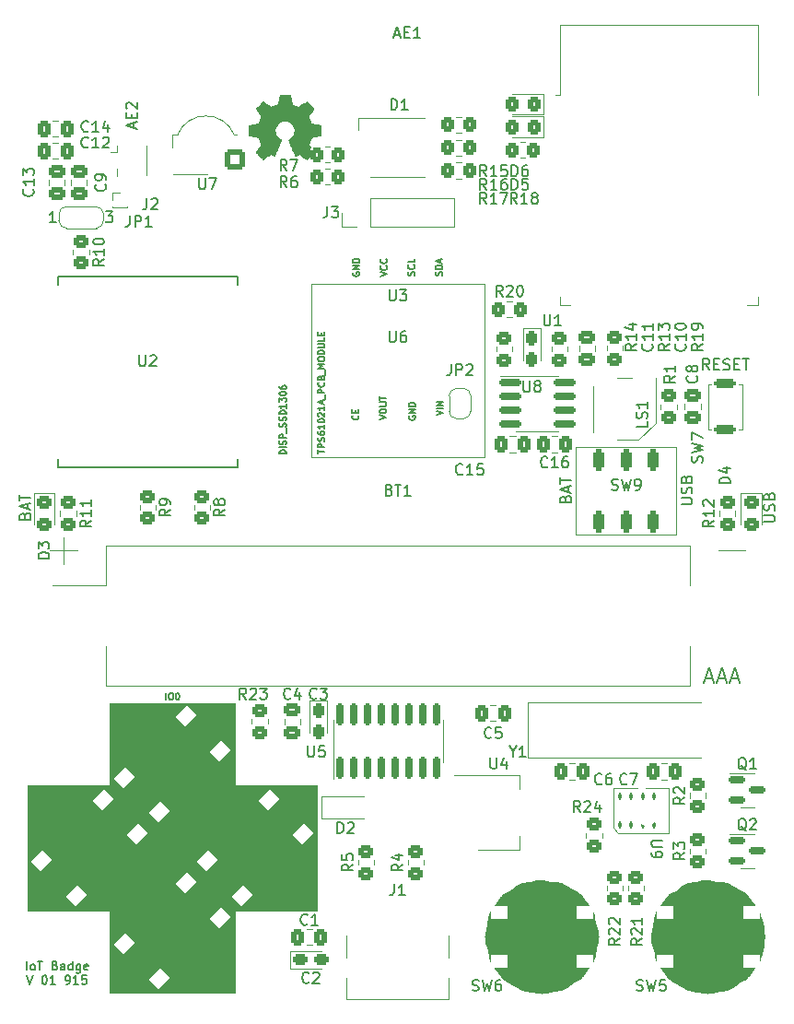
<source format=gbr>
G04 #@! TF.GenerationSoftware,KiCad,Pcbnew,6.0.11-2627ca5db0~126~ubuntu20.04.1*
G04 #@! TF.CreationDate,2023-09-01T18:57:17-05:00*
G04 #@! TF.ProjectId,iot-badge-915,696f742d-6261-4646-9765-2d3931352e6b,rev?*
G04 #@! TF.SameCoordinates,Original*
G04 #@! TF.FileFunction,Legend,Top*
G04 #@! TF.FilePolarity,Positive*
%FSLAX46Y46*%
G04 Gerber Fmt 4.6, Leading zero omitted, Abs format (unit mm)*
G04 Created by KiCad (PCBNEW 6.0.11-2627ca5db0~126~ubuntu20.04.1) date 2023-09-01 18:57:17*
%MOMM*%
%LPD*%
G01*
G04 APERTURE LIST*
G04 Aperture macros list*
%AMRoundRect*
0 Rectangle with rounded corners*
0 $1 Rounding radius*
0 $2 $3 $4 $5 $6 $7 $8 $9 X,Y pos of 4 corners*
0 Add a 4 corners polygon primitive as box body*
4,1,4,$2,$3,$4,$5,$6,$7,$8,$9,$2,$3,0*
0 Add four circle primitives for the rounded corners*
1,1,$1+$1,$2,$3*
1,1,$1+$1,$4,$5*
1,1,$1+$1,$6,$7*
1,1,$1+$1,$8,$9*
0 Add four rect primitives between the rounded corners*
20,1,$1+$1,$2,$3,$4,$5,0*
20,1,$1+$1,$4,$5,$6,$7,0*
20,1,$1+$1,$6,$7,$8,$9,0*
20,1,$1+$1,$8,$9,$2,$3,0*%
%AMRotRect*
0 Rectangle, with rotation*
0 The origin of the aperture is its center*
0 $1 length*
0 $2 width*
0 $3 Rotation angle, in degrees counterclockwise*
0 Add horizontal line*
21,1,$1,$2,0,0,$3*%
%AMFreePoly0*
4,1,57,-0.451886,0.759392,-0.288071,0.701059,-0.141249,0.607884,-0.018719,0.484495,0.073429,0.337027,0.130616,0.172808,0.150000,0.000000,0.149696,-0.021779,0.125495,-0.193978,0.063745,-0.356536,-0.032485,-0.501374,-0.158413,-0.621293,-0.307779,-0.710333,-0.473159,-0.764069,-0.646335,-0.779829,-0.818699,-0.756831,-0.981684,-0.696217,-1.127191,-0.601000,-1.247986,-0.475913,-1.338066,-0.327173,
-1.392955,-0.162171,-1.409437,0.005924,-1.114900,0.005924,-1.097072,-0.130409,-1.041697,-0.256259,-0.953226,-0.361508,-0.838770,-0.437696,-0.707532,-0.478698,-0.570061,-0.481217,-0.437409,-0.445052,-0.320238,-0.373110,-0.227970,-0.271173,-0.168020,-0.147437,-0.145832,-0.015554,-0.150000,0.000000,-0.146783,0.012005,-0.164556,0.136105,-0.221465,0.261269,-0.311215,0.365430,-0.426593,0.440214,
-0.558322,0.479609,-0.695813,0.480449,-0.828014,0.442666,-0.944297,0.369297,-1.035313,0.266241,-1.093747,0.141782,-1.114900,0.005924,-1.409437,0.005924,-1.409924,0.010891,-1.388130,0.183411,-1.328655,0.346815,-1.234457,0.492983,-1.110216,0.614648,-0.962108,0.705765,-0.797494,0.761804,-0.624555,0.779981,-0.451886,0.759392,-0.451886,0.759392,$1*%
%AMFreePoly1*
4,1,22,0.550000,-0.750000,0.000000,-0.750000,0.000000,-0.745033,-0.079941,-0.743568,-0.215256,-0.701293,-0.333266,-0.622738,-0.424486,-0.514219,-0.481581,-0.384460,-0.499164,-0.250000,-0.500000,-0.250000,-0.500000,0.250000,-0.499164,0.250000,-0.499963,0.256109,-0.478152,0.396186,-0.417904,0.524511,-0.324060,0.630769,-0.204165,0.706417,-0.067858,0.745374,0.000000,0.744959,0.000000,0.750000,
0.550000,0.750000,0.550000,-0.750000,0.550000,-0.750000,$1*%
%AMFreePoly2*
4,1,20,0.000000,0.744959,0.073905,0.744508,0.209726,0.703889,0.328688,0.626782,0.421226,0.519385,0.479903,0.390333,0.500000,0.250000,0.500000,-0.250000,0.499851,-0.262216,0.476331,-0.402017,0.414519,-0.529596,0.319384,-0.634700,0.198574,-0.708877,0.061801,-0.746166,0.000000,-0.745033,0.000000,-0.750000,-0.550000,-0.750000,-0.550000,0.750000,0.000000,0.750000,0.000000,0.744959,
0.000000,0.744959,$1*%
%AMFreePoly3*
4,1,22,0.500000,-0.750000,0.000000,-0.750000,0.000000,-0.745033,-0.079941,-0.743568,-0.215256,-0.701293,-0.333266,-0.622738,-0.424486,-0.514219,-0.481581,-0.384460,-0.499164,-0.250000,-0.500000,-0.250000,-0.500000,0.250000,-0.499164,0.250000,-0.499963,0.256109,-0.478152,0.396186,-0.417904,0.524511,-0.324060,0.630769,-0.204165,0.706417,-0.067858,0.745374,0.000000,0.744959,0.000000,0.750000,
0.500000,0.750000,0.500000,-0.750000,0.500000,-0.750000,$1*%
%AMFreePoly4*
4,1,20,0.000000,0.744959,0.073905,0.744508,0.209726,0.703889,0.328688,0.626782,0.421226,0.519385,0.479903,0.390333,0.500000,0.250000,0.500000,-0.250000,0.499851,-0.262216,0.476331,-0.402017,0.414519,-0.529596,0.319384,-0.634700,0.198574,-0.708877,0.061801,-0.746166,0.000000,-0.745033,0.000000,-0.750000,-0.500000,-0.750000,-0.500000,0.750000,0.000000,0.750000,0.000000,0.744959,
0.000000,0.744959,$1*%
G04 Aperture macros list end*
%ADD10C,0.120000*%
%ADD11C,5.260000*%
%ADD12C,0.150000*%
%ADD13C,0.010000*%
%ADD14R,0.900000X1.200000*%
%ADD15RoundRect,0.250000X-0.350000X-0.450000X0.350000X-0.450000X0.350000X0.450000X-0.350000X0.450000X0*%
%ADD16RoundRect,0.250000X-0.337500X-0.475000X0.337500X-0.475000X0.337500X0.475000X-0.337500X0.475000X0*%
%ADD17RoundRect,0.250000X0.337500X0.475000X-0.337500X0.475000X-0.337500X-0.475000X0.337500X-0.475000X0*%
%ADD18C,0.500000*%
%ADD19RoundRect,0.100000X-0.100000X0.200000X-0.100000X-0.200000X0.100000X-0.200000X0.100000X0.200000X0*%
%ADD20FreePoly0,270.000000*%
%ADD21C,1.980000*%
%ADD22R,8.400000X5.100000*%
%ADD23RoundRect,0.250000X-0.275000X0.400000X-0.275000X-0.400000X0.275000X-0.400000X0.275000X0.400000X0*%
%ADD24RoundRect,0.250000X0.325000X0.450000X-0.325000X0.450000X-0.325000X-0.450000X0.325000X-0.450000X0*%
%ADD25RoundRect,0.250000X0.450000X-0.350000X0.450000X0.350000X-0.450000X0.350000X-0.450000X-0.350000X0*%
%ADD26RoundRect,0.250000X-0.400000X-0.275000X0.400000X-0.275000X0.400000X0.275000X-0.400000X0.275000X0*%
%ADD27RoundRect,0.250000X-0.450000X0.350000X-0.450000X-0.350000X0.450000X-0.350000X0.450000X0.350000X0*%
%ADD28RoundRect,0.250000X-0.475000X0.337500X-0.475000X-0.337500X0.475000X-0.337500X0.475000X0.337500X0*%
%ADD29RoundRect,0.250000X-0.450000X0.325000X-0.450000X-0.325000X0.450000X-0.325000X0.450000X0.325000X0*%
%ADD30R,2.000000X0.900000*%
%ADD31R,0.900000X2.000000*%
%ADD32R,5.000000X5.000000*%
%ADD33R,1.050000X1.000000*%
%ADD34R,2.200000X1.050000*%
%ADD35RotRect,1.550000X1.300000X45.000000*%
%ADD36C,0.650000*%
%ADD37R,0.600000X1.450000*%
%ADD38R,0.300000X1.450000*%
%ADD39O,1.000000X2.100000*%
%ADD40O,1.000000X1.600000*%
%ADD41R,1.700000X2.250000*%
%ADD42R,2.000000X1.500000*%
%ADD43R,2.000000X3.800000*%
%ADD44R,1.550000X1.300000*%
%ADD45RoundRect,0.150000X-0.825000X-0.150000X0.825000X-0.150000X0.825000X0.150000X-0.825000X0.150000X0*%
%ADD46RoundRect,0.150000X-0.587500X-0.150000X0.587500X-0.150000X0.587500X0.150000X-0.587500X0.150000X0*%
%ADD47FreePoly1,0.000000*%
%ADD48R,1.000000X1.500000*%
%ADD49FreePoly2,0.000000*%
%ADD50R,7.875000X2.000000*%
%ADD51RoundRect,0.150000X0.150000X-0.825000X0.150000X0.825000X-0.150000X0.825000X-0.150000X-0.825000X0*%
%ADD52C,6.200000*%
%ADD53C,1.700000*%
%ADD54C,1.524000*%
%ADD55RoundRect,0.248400X0.651600X0.651600X-0.651600X0.651600X-0.651600X-0.651600X0.651600X-0.651600X0*%
%ADD56C,1.800000*%
%ADD57RoundRect,0.275000X-0.275000X0.700000X-0.275000X-0.700000X0.275000X-0.700000X0.275000X0.700000X0*%
%ADD58RoundRect,0.250000X0.475000X-0.337500X0.475000X0.337500X-0.475000X0.337500X-0.475000X-0.337500X0*%
%ADD59FreePoly3,90.000000*%
%ADD60FreePoly4,90.000000*%
%ADD61R,0.850000X0.850000*%
%ADD62R,1.700000X1.700000*%
%ADD63O,1.700000X1.700000*%
%ADD64R,2.000000X1.100000*%
%ADD65RoundRect,0.200000X0.800000X-0.200000X0.800000X0.200000X-0.800000X0.200000X-0.800000X-0.200000X0*%
G04 APERTURE END LIST*
D10*
X101000000Y-130050000D02*
X127600000Y-130050000D01*
X127600000Y-130050000D02*
X127600000Y-141550000D01*
X127600000Y-141550000D02*
X101000000Y-141550000D01*
X101000000Y-141550000D02*
X101000000Y-130050000D01*
G36*
X101000000Y-130050000D02*
G01*
X127600000Y-130050000D01*
X127600000Y-141550000D01*
X101000000Y-141550000D01*
X101000000Y-130050000D01*
G37*
D11*
X166151400Y-144000000D02*
G75*
G03*
X166151400Y-144000000I-2630000J0D01*
G01*
D10*
X108550000Y-122500000D02*
X120050000Y-122500000D01*
X120050000Y-122500000D02*
X120050000Y-149100000D01*
X120050000Y-149100000D02*
X108550000Y-149100000D01*
X108550000Y-149100000D02*
X108550000Y-122500000D01*
G36*
X108550000Y-122500000D02*
G01*
X120050000Y-122500000D01*
X120050000Y-149100000D01*
X108550000Y-149100000D01*
X108550000Y-122500000D01*
G37*
D11*
X150891400Y-144000000D02*
G75*
G03*
X150891400Y-144000000I-2630000J0D01*
G01*
D10*
X106670000Y-135800000D02*
X121930000Y-135800000D01*
X114300000Y-128150000D02*
X114300000Y-143450000D01*
D12*
X130890000Y-82957142D02*
X130861428Y-83014285D01*
X130861428Y-83100000D01*
X130890000Y-83185714D01*
X130947142Y-83242857D01*
X131004285Y-83271428D01*
X131118571Y-83300000D01*
X131204285Y-83300000D01*
X131318571Y-83271428D01*
X131375714Y-83242857D01*
X131432857Y-83185714D01*
X131461428Y-83100000D01*
X131461428Y-83042857D01*
X131432857Y-82957142D01*
X131404285Y-82928571D01*
X131204285Y-82928571D01*
X131204285Y-83042857D01*
X131461428Y-82671428D02*
X130861428Y-82671428D01*
X131461428Y-82328571D01*
X130861428Y-82328571D01*
X131461428Y-82042857D02*
X130861428Y-82042857D01*
X130861428Y-81900000D01*
X130890000Y-81814285D01*
X130947142Y-81757142D01*
X131004285Y-81728571D01*
X131118571Y-81700000D01*
X131204285Y-81700000D01*
X131318571Y-81728571D01*
X131375714Y-81757142D01*
X131432857Y-81814285D01*
X131461428Y-81900000D01*
X131461428Y-82042857D01*
X150428571Y-103738095D02*
X150476190Y-103595238D01*
X150523809Y-103547619D01*
X150619047Y-103500000D01*
X150761904Y-103500000D01*
X150857142Y-103547619D01*
X150904761Y-103595238D01*
X150952380Y-103690476D01*
X150952380Y-104071428D01*
X149952380Y-104071428D01*
X149952380Y-103738095D01*
X150000000Y-103642857D01*
X150047619Y-103595238D01*
X150142857Y-103547619D01*
X150238095Y-103547619D01*
X150333333Y-103595238D01*
X150380952Y-103642857D01*
X150428571Y-103738095D01*
X150428571Y-104071428D01*
X150666666Y-103119047D02*
X150666666Y-102642857D01*
X150952380Y-103214285D02*
X149952380Y-102880952D01*
X150952380Y-102547619D01*
X149952380Y-102357142D02*
X149952380Y-101785714D01*
X150952380Y-102071428D02*
X149952380Y-102071428D01*
X124731428Y-99628571D02*
X124131428Y-99628571D01*
X124131428Y-99485714D01*
X124160000Y-99400000D01*
X124217142Y-99342857D01*
X124274285Y-99314285D01*
X124388571Y-99285714D01*
X124474285Y-99285714D01*
X124588571Y-99314285D01*
X124645714Y-99342857D01*
X124702857Y-99400000D01*
X124731428Y-99485714D01*
X124731428Y-99628571D01*
X124731428Y-99028571D02*
X124131428Y-99028571D01*
X124702857Y-98771428D02*
X124731428Y-98685714D01*
X124731428Y-98542857D01*
X124702857Y-98485714D01*
X124674285Y-98457142D01*
X124617142Y-98428571D01*
X124560000Y-98428571D01*
X124502857Y-98457142D01*
X124474285Y-98485714D01*
X124445714Y-98542857D01*
X124417142Y-98657142D01*
X124388571Y-98714285D01*
X124360000Y-98742857D01*
X124302857Y-98771428D01*
X124245714Y-98771428D01*
X124188571Y-98742857D01*
X124160000Y-98714285D01*
X124131428Y-98657142D01*
X124131428Y-98514285D01*
X124160000Y-98428571D01*
X124731428Y-98171428D02*
X124131428Y-98171428D01*
X124131428Y-97942857D01*
X124160000Y-97885714D01*
X124188571Y-97857142D01*
X124245714Y-97828571D01*
X124331428Y-97828571D01*
X124388571Y-97857142D01*
X124417142Y-97885714D01*
X124445714Y-97942857D01*
X124445714Y-98171428D01*
X124788571Y-97714285D02*
X124788571Y-97257142D01*
X124702857Y-97142857D02*
X124731428Y-97057142D01*
X124731428Y-96914285D01*
X124702857Y-96857142D01*
X124674285Y-96828571D01*
X124617142Y-96800000D01*
X124560000Y-96800000D01*
X124502857Y-96828571D01*
X124474285Y-96857142D01*
X124445714Y-96914285D01*
X124417142Y-97028571D01*
X124388571Y-97085714D01*
X124360000Y-97114285D01*
X124302857Y-97142857D01*
X124245714Y-97142857D01*
X124188571Y-97114285D01*
X124160000Y-97085714D01*
X124131428Y-97028571D01*
X124131428Y-96885714D01*
X124160000Y-96800000D01*
X124702857Y-96571428D02*
X124731428Y-96485714D01*
X124731428Y-96342857D01*
X124702857Y-96285714D01*
X124674285Y-96257142D01*
X124617142Y-96228571D01*
X124560000Y-96228571D01*
X124502857Y-96257142D01*
X124474285Y-96285714D01*
X124445714Y-96342857D01*
X124417142Y-96457142D01*
X124388571Y-96514285D01*
X124360000Y-96542857D01*
X124302857Y-96571428D01*
X124245714Y-96571428D01*
X124188571Y-96542857D01*
X124160000Y-96514285D01*
X124131428Y-96457142D01*
X124131428Y-96314285D01*
X124160000Y-96228571D01*
X124731428Y-95971428D02*
X124131428Y-95971428D01*
X124131428Y-95828571D01*
X124160000Y-95742857D01*
X124217142Y-95685714D01*
X124274285Y-95657142D01*
X124388571Y-95628571D01*
X124474285Y-95628571D01*
X124588571Y-95657142D01*
X124645714Y-95685714D01*
X124702857Y-95742857D01*
X124731428Y-95828571D01*
X124731428Y-95971428D01*
X124731428Y-95057142D02*
X124731428Y-95400000D01*
X124731428Y-95228571D02*
X124131428Y-95228571D01*
X124217142Y-95285714D01*
X124274285Y-95342857D01*
X124302857Y-95400000D01*
X124131428Y-94857142D02*
X124131428Y-94485714D01*
X124360000Y-94685714D01*
X124360000Y-94600000D01*
X124388571Y-94542857D01*
X124417142Y-94514285D01*
X124474285Y-94485714D01*
X124617142Y-94485714D01*
X124674285Y-94514285D01*
X124702857Y-94542857D01*
X124731428Y-94600000D01*
X124731428Y-94771428D01*
X124702857Y-94828571D01*
X124674285Y-94857142D01*
X124131428Y-94114285D02*
X124131428Y-94057142D01*
X124160000Y-94000000D01*
X124188571Y-93971428D01*
X124245714Y-93942857D01*
X124360000Y-93914285D01*
X124502857Y-93914285D01*
X124617142Y-93942857D01*
X124674285Y-93971428D01*
X124702857Y-94000000D01*
X124731428Y-94057142D01*
X124731428Y-94114285D01*
X124702857Y-94171428D01*
X124674285Y-94200000D01*
X124617142Y-94228571D01*
X124502857Y-94257142D01*
X124360000Y-94257142D01*
X124245714Y-94228571D01*
X124188571Y-94200000D01*
X124160000Y-94171428D01*
X124131428Y-94114285D01*
X124131428Y-93400000D02*
X124131428Y-93514285D01*
X124160000Y-93571428D01*
X124188571Y-93600000D01*
X124274285Y-93657142D01*
X124388571Y-93685714D01*
X124617142Y-93685714D01*
X124674285Y-93657142D01*
X124702857Y-93628571D01*
X124731428Y-93571428D01*
X124731428Y-93457142D01*
X124702857Y-93400000D01*
X124674285Y-93371428D01*
X124617142Y-93342857D01*
X124474285Y-93342857D01*
X124417142Y-93371428D01*
X124388571Y-93400000D01*
X124360000Y-93457142D01*
X124360000Y-93571428D01*
X124388571Y-93628571D01*
X124417142Y-93657142D01*
X124474285Y-93685714D01*
X133348428Y-96457142D02*
X133948428Y-96257142D01*
X133348428Y-96057142D01*
X133348428Y-95742857D02*
X133348428Y-95628571D01*
X133377000Y-95571428D01*
X133434142Y-95514285D01*
X133548428Y-95485714D01*
X133748428Y-95485714D01*
X133862714Y-95514285D01*
X133919857Y-95571428D01*
X133948428Y-95628571D01*
X133948428Y-95742857D01*
X133919857Y-95800000D01*
X133862714Y-95857142D01*
X133748428Y-95885714D01*
X133548428Y-95885714D01*
X133434142Y-95857142D01*
X133377000Y-95800000D01*
X133348428Y-95742857D01*
X133348428Y-95228571D02*
X133834142Y-95228571D01*
X133891285Y-95200000D01*
X133919857Y-95171428D01*
X133948428Y-95114285D01*
X133948428Y-95000000D01*
X133919857Y-94942857D01*
X133891285Y-94914285D01*
X133834142Y-94885714D01*
X133348428Y-94885714D01*
X133348428Y-94685714D02*
X133348428Y-94342857D01*
X133948428Y-94514285D02*
X133348428Y-94514285D01*
X100900000Y-147037904D02*
X100900000Y-146237904D01*
X101395238Y-147037904D02*
X101319047Y-146999809D01*
X101280952Y-146961714D01*
X101242857Y-146885523D01*
X101242857Y-146656952D01*
X101280952Y-146580761D01*
X101319047Y-146542666D01*
X101395238Y-146504571D01*
X101509523Y-146504571D01*
X101585714Y-146542666D01*
X101623809Y-146580761D01*
X101661904Y-146656952D01*
X101661904Y-146885523D01*
X101623809Y-146961714D01*
X101585714Y-146999809D01*
X101509523Y-147037904D01*
X101395238Y-147037904D01*
X101890476Y-146237904D02*
X102347619Y-146237904D01*
X102119047Y-147037904D02*
X102119047Y-146237904D01*
X103490476Y-146618857D02*
X103604761Y-146656952D01*
X103642857Y-146695047D01*
X103680952Y-146771238D01*
X103680952Y-146885523D01*
X103642857Y-146961714D01*
X103604761Y-146999809D01*
X103528571Y-147037904D01*
X103223809Y-147037904D01*
X103223809Y-146237904D01*
X103490476Y-146237904D01*
X103566666Y-146276000D01*
X103604761Y-146314095D01*
X103642857Y-146390285D01*
X103642857Y-146466476D01*
X103604761Y-146542666D01*
X103566666Y-146580761D01*
X103490476Y-146618857D01*
X103223809Y-146618857D01*
X104366666Y-147037904D02*
X104366666Y-146618857D01*
X104328571Y-146542666D01*
X104252380Y-146504571D01*
X104100000Y-146504571D01*
X104023809Y-146542666D01*
X104366666Y-146999809D02*
X104290476Y-147037904D01*
X104100000Y-147037904D01*
X104023809Y-146999809D01*
X103985714Y-146923619D01*
X103985714Y-146847428D01*
X104023809Y-146771238D01*
X104100000Y-146733142D01*
X104290476Y-146733142D01*
X104366666Y-146695047D01*
X105090476Y-147037904D02*
X105090476Y-146237904D01*
X105090476Y-146999809D02*
X105014285Y-147037904D01*
X104861904Y-147037904D01*
X104785714Y-146999809D01*
X104747619Y-146961714D01*
X104709523Y-146885523D01*
X104709523Y-146656952D01*
X104747619Y-146580761D01*
X104785714Y-146542666D01*
X104861904Y-146504571D01*
X105014285Y-146504571D01*
X105090476Y-146542666D01*
X105814285Y-146504571D02*
X105814285Y-147152190D01*
X105776190Y-147228380D01*
X105738095Y-147266476D01*
X105661904Y-147304571D01*
X105547619Y-147304571D01*
X105471428Y-147266476D01*
X105814285Y-146999809D02*
X105738095Y-147037904D01*
X105585714Y-147037904D01*
X105509523Y-146999809D01*
X105471428Y-146961714D01*
X105433333Y-146885523D01*
X105433333Y-146656952D01*
X105471428Y-146580761D01*
X105509523Y-146542666D01*
X105585714Y-146504571D01*
X105738095Y-146504571D01*
X105814285Y-146542666D01*
X106500000Y-146999809D02*
X106423809Y-147037904D01*
X106271428Y-147037904D01*
X106195238Y-146999809D01*
X106157142Y-146923619D01*
X106157142Y-146618857D01*
X106195238Y-146542666D01*
X106271428Y-146504571D01*
X106423809Y-146504571D01*
X106500000Y-146542666D01*
X106538095Y-146618857D01*
X106538095Y-146695047D01*
X106157142Y-146771238D01*
X100919047Y-147525904D02*
X101185714Y-148325904D01*
X101452380Y-147525904D01*
X102480952Y-147525904D02*
X102557142Y-147525904D01*
X102633333Y-147564000D01*
X102671428Y-147602095D01*
X102709523Y-147678285D01*
X102747619Y-147830666D01*
X102747619Y-148021142D01*
X102709523Y-148173523D01*
X102671428Y-148249714D01*
X102633333Y-148287809D01*
X102557142Y-148325904D01*
X102480952Y-148325904D01*
X102404761Y-148287809D01*
X102366666Y-148249714D01*
X102328571Y-148173523D01*
X102290476Y-148021142D01*
X102290476Y-147830666D01*
X102328571Y-147678285D01*
X102366666Y-147602095D01*
X102404761Y-147564000D01*
X102480952Y-147525904D01*
X103509523Y-148325904D02*
X103052380Y-148325904D01*
X103280952Y-148325904D02*
X103280952Y-147525904D01*
X103204761Y-147640190D01*
X103128571Y-147716380D01*
X103052380Y-147754476D01*
X104500000Y-148325904D02*
X104652380Y-148325904D01*
X104728571Y-148287809D01*
X104766666Y-148249714D01*
X104842857Y-148135428D01*
X104880952Y-147983047D01*
X104880952Y-147678285D01*
X104842857Y-147602095D01*
X104804761Y-147564000D01*
X104728571Y-147525904D01*
X104576190Y-147525904D01*
X104500000Y-147564000D01*
X104461904Y-147602095D01*
X104423809Y-147678285D01*
X104423809Y-147868761D01*
X104461904Y-147944952D01*
X104500000Y-147983047D01*
X104576190Y-148021142D01*
X104728571Y-148021142D01*
X104804761Y-147983047D01*
X104842857Y-147944952D01*
X104880952Y-147868761D01*
X105642857Y-148325904D02*
X105185714Y-148325904D01*
X105414285Y-148325904D02*
X105414285Y-147525904D01*
X105338095Y-147640190D01*
X105261904Y-147716380D01*
X105185714Y-147754476D01*
X106366666Y-147525904D02*
X105985714Y-147525904D01*
X105947619Y-147906857D01*
X105985714Y-147868761D01*
X106061904Y-147830666D01*
X106252380Y-147830666D01*
X106328571Y-147868761D01*
X106366666Y-147906857D01*
X106404761Y-147983047D01*
X106404761Y-148173523D01*
X106366666Y-148249714D01*
X106328571Y-148287809D01*
X106252380Y-148325904D01*
X106061904Y-148325904D01*
X105985714Y-148287809D01*
X105947619Y-148249714D01*
X100728571Y-105308095D02*
X100776190Y-105165238D01*
X100823809Y-105117619D01*
X100919047Y-105070000D01*
X101061904Y-105070000D01*
X101157142Y-105117619D01*
X101204761Y-105165238D01*
X101252380Y-105260476D01*
X101252380Y-105641428D01*
X100252380Y-105641428D01*
X100252380Y-105308095D01*
X100300000Y-105212857D01*
X100347619Y-105165238D01*
X100442857Y-105117619D01*
X100538095Y-105117619D01*
X100633333Y-105165238D01*
X100680952Y-105212857D01*
X100728571Y-105308095D01*
X100728571Y-105641428D01*
X100966666Y-104689047D02*
X100966666Y-104212857D01*
X101252380Y-104784285D02*
X100252380Y-104450952D01*
X101252380Y-104117619D01*
X100252380Y-103927142D02*
X100252380Y-103355714D01*
X101252380Y-103641428D02*
X100252380Y-103641428D01*
X113700000Y-122191428D02*
X113700000Y-121591428D01*
X114100000Y-121591428D02*
X114214285Y-121591428D01*
X114271428Y-121620000D01*
X114328571Y-121677142D01*
X114357142Y-121791428D01*
X114357142Y-121991428D01*
X114328571Y-122105714D01*
X114271428Y-122162857D01*
X114214285Y-122191428D01*
X114100000Y-122191428D01*
X114042857Y-122162857D01*
X113985714Y-122105714D01*
X113957142Y-121991428D01*
X113957142Y-121791428D01*
X113985714Y-121677142D01*
X114042857Y-121620000D01*
X114100000Y-121591428D01*
X114728571Y-121591428D02*
X114785714Y-121591428D01*
X114842857Y-121620000D01*
X114871428Y-121648571D01*
X114900000Y-121705714D01*
X114928571Y-121820000D01*
X114928571Y-121962857D01*
X114900000Y-122077142D01*
X114871428Y-122134285D01*
X114842857Y-122162857D01*
X114785714Y-122191428D01*
X114728571Y-122191428D01*
X114671428Y-122162857D01*
X114642857Y-122134285D01*
X114614285Y-122077142D01*
X114585714Y-121962857D01*
X114585714Y-121820000D01*
X114614285Y-121705714D01*
X114642857Y-121648571D01*
X114671428Y-121620000D01*
X114728571Y-121591428D01*
X136023000Y-96157142D02*
X135994428Y-96214285D01*
X135994428Y-96300000D01*
X136023000Y-96385714D01*
X136080142Y-96442857D01*
X136137285Y-96471428D01*
X136251571Y-96500000D01*
X136337285Y-96500000D01*
X136451571Y-96471428D01*
X136508714Y-96442857D01*
X136565857Y-96385714D01*
X136594428Y-96300000D01*
X136594428Y-96242857D01*
X136565857Y-96157142D01*
X136537285Y-96128571D01*
X136337285Y-96128571D01*
X136337285Y-96242857D01*
X136594428Y-95871428D02*
X135994428Y-95871428D01*
X136594428Y-95528571D01*
X135994428Y-95528571D01*
X136594428Y-95242857D02*
X135994428Y-95242857D01*
X135994428Y-95100000D01*
X136023000Y-95014285D01*
X136080142Y-94957142D01*
X136137285Y-94928571D01*
X136251571Y-94900000D01*
X136337285Y-94900000D01*
X136451571Y-94928571D01*
X136508714Y-94957142D01*
X136565857Y-95014285D01*
X136594428Y-95100000D01*
X136594428Y-95242857D01*
X131351285Y-96085714D02*
X131379857Y-96114285D01*
X131408428Y-96200000D01*
X131408428Y-96257142D01*
X131379857Y-96342857D01*
X131322714Y-96400000D01*
X131265571Y-96428571D01*
X131151285Y-96457142D01*
X131065571Y-96457142D01*
X130951285Y-96428571D01*
X130894142Y-96400000D01*
X130837000Y-96342857D01*
X130808428Y-96257142D01*
X130808428Y-96200000D01*
X130837000Y-96114285D01*
X130865571Y-96085714D01*
X131094142Y-95828571D02*
X131094142Y-95628571D01*
X131408428Y-95542857D02*
X131408428Y-95828571D01*
X130808428Y-95828571D01*
X130808428Y-95542857D01*
X161052380Y-104261904D02*
X161861904Y-104261904D01*
X161957142Y-104214285D01*
X162004761Y-104166666D01*
X162052380Y-104071428D01*
X162052380Y-103880952D01*
X162004761Y-103785714D01*
X161957142Y-103738095D01*
X161861904Y-103690476D01*
X161052380Y-103690476D01*
X162004761Y-103261904D02*
X162052380Y-103119047D01*
X162052380Y-102880952D01*
X162004761Y-102785714D01*
X161957142Y-102738095D01*
X161861904Y-102690476D01*
X161766666Y-102690476D01*
X161671428Y-102738095D01*
X161623809Y-102785714D01*
X161576190Y-102880952D01*
X161528571Y-103071428D01*
X161480952Y-103166666D01*
X161433333Y-103214285D01*
X161338095Y-103261904D01*
X161242857Y-103261904D01*
X161147619Y-103214285D01*
X161100000Y-103166666D01*
X161052380Y-103071428D01*
X161052380Y-102833333D01*
X161100000Y-102690476D01*
X161528571Y-101928571D02*
X161576190Y-101785714D01*
X161623809Y-101738095D01*
X161719047Y-101690476D01*
X161861904Y-101690476D01*
X161957142Y-101738095D01*
X162004761Y-101785714D01*
X162052380Y-101880952D01*
X162052380Y-102261904D01*
X161052380Y-102261904D01*
X161052380Y-101928571D01*
X161100000Y-101833333D01*
X161147619Y-101785714D01*
X161242857Y-101738095D01*
X161338095Y-101738095D01*
X161433333Y-101785714D01*
X161480952Y-101833333D01*
X161528571Y-101928571D01*
X161528571Y-102261904D01*
X127671428Y-99565714D02*
X127671428Y-99222857D01*
X128271428Y-99394285D02*
X127671428Y-99394285D01*
X128271428Y-99022857D02*
X127671428Y-99022857D01*
X127671428Y-98794285D01*
X127700000Y-98737142D01*
X127728571Y-98708571D01*
X127785714Y-98680000D01*
X127871428Y-98680000D01*
X127928571Y-98708571D01*
X127957142Y-98737142D01*
X127985714Y-98794285D01*
X127985714Y-99022857D01*
X128242857Y-98451428D02*
X128271428Y-98365714D01*
X128271428Y-98222857D01*
X128242857Y-98165714D01*
X128214285Y-98137142D01*
X128157142Y-98108571D01*
X128100000Y-98108571D01*
X128042857Y-98137142D01*
X128014285Y-98165714D01*
X127985714Y-98222857D01*
X127957142Y-98337142D01*
X127928571Y-98394285D01*
X127900000Y-98422857D01*
X127842857Y-98451428D01*
X127785714Y-98451428D01*
X127728571Y-98422857D01*
X127700000Y-98394285D01*
X127671428Y-98337142D01*
X127671428Y-98194285D01*
X127700000Y-98108571D01*
X127671428Y-97594285D02*
X127671428Y-97708571D01*
X127700000Y-97765714D01*
X127728571Y-97794285D01*
X127814285Y-97851428D01*
X127928571Y-97880000D01*
X128157142Y-97880000D01*
X128214285Y-97851428D01*
X128242857Y-97822857D01*
X128271428Y-97765714D01*
X128271428Y-97651428D01*
X128242857Y-97594285D01*
X128214285Y-97565714D01*
X128157142Y-97537142D01*
X128014285Y-97537142D01*
X127957142Y-97565714D01*
X127928571Y-97594285D01*
X127900000Y-97651428D01*
X127900000Y-97765714D01*
X127928571Y-97822857D01*
X127957142Y-97851428D01*
X128014285Y-97880000D01*
X128271428Y-96965714D02*
X128271428Y-97308571D01*
X128271428Y-97137142D02*
X127671428Y-97137142D01*
X127757142Y-97194285D01*
X127814285Y-97251428D01*
X127842857Y-97308571D01*
X127671428Y-96594285D02*
X127671428Y-96537142D01*
X127700000Y-96480000D01*
X127728571Y-96451428D01*
X127785714Y-96422857D01*
X127900000Y-96394285D01*
X128042857Y-96394285D01*
X128157142Y-96422857D01*
X128214285Y-96451428D01*
X128242857Y-96480000D01*
X128271428Y-96537142D01*
X128271428Y-96594285D01*
X128242857Y-96651428D01*
X128214285Y-96680000D01*
X128157142Y-96708571D01*
X128042857Y-96737142D01*
X127900000Y-96737142D01*
X127785714Y-96708571D01*
X127728571Y-96680000D01*
X127700000Y-96651428D01*
X127671428Y-96594285D01*
X127728571Y-96165714D02*
X127700000Y-96137142D01*
X127671428Y-96080000D01*
X127671428Y-95937142D01*
X127700000Y-95880000D01*
X127728571Y-95851428D01*
X127785714Y-95822857D01*
X127842857Y-95822857D01*
X127928571Y-95851428D01*
X128271428Y-96194285D01*
X128271428Y-95822857D01*
X128271428Y-95251428D02*
X128271428Y-95594285D01*
X128271428Y-95422857D02*
X127671428Y-95422857D01*
X127757142Y-95480000D01*
X127814285Y-95537142D01*
X127842857Y-95594285D01*
X128100000Y-95022857D02*
X128100000Y-94737142D01*
X128271428Y-95080000D02*
X127671428Y-94880000D01*
X128271428Y-94680000D01*
X128328571Y-94622857D02*
X128328571Y-94165714D01*
X128271428Y-94022857D02*
X127671428Y-94022857D01*
X127671428Y-93794285D01*
X127700000Y-93737142D01*
X127728571Y-93708571D01*
X127785714Y-93680000D01*
X127871428Y-93680000D01*
X127928571Y-93708571D01*
X127957142Y-93737142D01*
X127985714Y-93794285D01*
X127985714Y-94022857D01*
X128214285Y-93080000D02*
X128242857Y-93108571D01*
X128271428Y-93194285D01*
X128271428Y-93251428D01*
X128242857Y-93337142D01*
X128185714Y-93394285D01*
X128128571Y-93422857D01*
X128014285Y-93451428D01*
X127928571Y-93451428D01*
X127814285Y-93422857D01*
X127757142Y-93394285D01*
X127700000Y-93337142D01*
X127671428Y-93251428D01*
X127671428Y-93194285D01*
X127700000Y-93108571D01*
X127728571Y-93080000D01*
X127957142Y-92622857D02*
X127985714Y-92537142D01*
X128014285Y-92508571D01*
X128071428Y-92480000D01*
X128157142Y-92480000D01*
X128214285Y-92508571D01*
X128242857Y-92537142D01*
X128271428Y-92594285D01*
X128271428Y-92822857D01*
X127671428Y-92822857D01*
X127671428Y-92622857D01*
X127700000Y-92565714D01*
X127728571Y-92537142D01*
X127785714Y-92508571D01*
X127842857Y-92508571D01*
X127900000Y-92537142D01*
X127928571Y-92565714D01*
X127957142Y-92622857D01*
X127957142Y-92822857D01*
X128328571Y-92365714D02*
X128328571Y-91908571D01*
X128271428Y-91765714D02*
X127671428Y-91765714D01*
X128100000Y-91565714D01*
X127671428Y-91365714D01*
X128271428Y-91365714D01*
X127671428Y-90965714D02*
X127671428Y-90851428D01*
X127700000Y-90794285D01*
X127757142Y-90737142D01*
X127871428Y-90708571D01*
X128071428Y-90708571D01*
X128185714Y-90737142D01*
X128242857Y-90794285D01*
X128271428Y-90851428D01*
X128271428Y-90965714D01*
X128242857Y-91022857D01*
X128185714Y-91080000D01*
X128071428Y-91108571D01*
X127871428Y-91108571D01*
X127757142Y-91080000D01*
X127700000Y-91022857D01*
X127671428Y-90965714D01*
X128271428Y-90451428D02*
X127671428Y-90451428D01*
X127671428Y-90308571D01*
X127700000Y-90222857D01*
X127757142Y-90165714D01*
X127814285Y-90137142D01*
X127928571Y-90108571D01*
X128014285Y-90108571D01*
X128128571Y-90137142D01*
X128185714Y-90165714D01*
X128242857Y-90222857D01*
X128271428Y-90308571D01*
X128271428Y-90451428D01*
X127671428Y-89851428D02*
X128157142Y-89851428D01*
X128214285Y-89822857D01*
X128242857Y-89794285D01*
X128271428Y-89737142D01*
X128271428Y-89622857D01*
X128242857Y-89565714D01*
X128214285Y-89537142D01*
X128157142Y-89508571D01*
X127671428Y-89508571D01*
X128271428Y-88937142D02*
X128271428Y-89222857D01*
X127671428Y-89222857D01*
X127957142Y-88737142D02*
X127957142Y-88537142D01*
X128271428Y-88451428D02*
X128271428Y-88737142D01*
X127671428Y-88737142D01*
X127671428Y-88451428D01*
X138534428Y-96057142D02*
X139134428Y-95857142D01*
X138534428Y-95657142D01*
X139134428Y-95457142D02*
X138534428Y-95457142D01*
X139134428Y-95171428D02*
X138534428Y-95171428D01*
X139134428Y-94828571D01*
X138534428Y-94828571D01*
X136512857Y-83214285D02*
X136541428Y-83128571D01*
X136541428Y-82985714D01*
X136512857Y-82928571D01*
X136484285Y-82900000D01*
X136427142Y-82871428D01*
X136370000Y-82871428D01*
X136312857Y-82900000D01*
X136284285Y-82928571D01*
X136255714Y-82985714D01*
X136227142Y-83100000D01*
X136198571Y-83157142D01*
X136170000Y-83185714D01*
X136112857Y-83214285D01*
X136055714Y-83214285D01*
X135998571Y-83185714D01*
X135970000Y-83157142D01*
X135941428Y-83100000D01*
X135941428Y-82957142D01*
X135970000Y-82871428D01*
X136484285Y-82271428D02*
X136512857Y-82300000D01*
X136541428Y-82385714D01*
X136541428Y-82442857D01*
X136512857Y-82528571D01*
X136455714Y-82585714D01*
X136398571Y-82614285D01*
X136284285Y-82642857D01*
X136198571Y-82642857D01*
X136084285Y-82614285D01*
X136027142Y-82585714D01*
X135970000Y-82528571D01*
X135941428Y-82442857D01*
X135941428Y-82385714D01*
X135970000Y-82300000D01*
X135998571Y-82271428D01*
X136541428Y-81728571D02*
X136541428Y-82014285D01*
X135941428Y-82014285D01*
X168652380Y-105831904D02*
X169461904Y-105831904D01*
X169557142Y-105784285D01*
X169604761Y-105736666D01*
X169652380Y-105641428D01*
X169652380Y-105450952D01*
X169604761Y-105355714D01*
X169557142Y-105308095D01*
X169461904Y-105260476D01*
X168652380Y-105260476D01*
X169604761Y-104831904D02*
X169652380Y-104689047D01*
X169652380Y-104450952D01*
X169604761Y-104355714D01*
X169557142Y-104308095D01*
X169461904Y-104260476D01*
X169366666Y-104260476D01*
X169271428Y-104308095D01*
X169223809Y-104355714D01*
X169176190Y-104450952D01*
X169128571Y-104641428D01*
X169080952Y-104736666D01*
X169033333Y-104784285D01*
X168938095Y-104831904D01*
X168842857Y-104831904D01*
X168747619Y-104784285D01*
X168700000Y-104736666D01*
X168652380Y-104641428D01*
X168652380Y-104403333D01*
X168700000Y-104260476D01*
X169128571Y-103498571D02*
X169176190Y-103355714D01*
X169223809Y-103308095D01*
X169319047Y-103260476D01*
X169461904Y-103260476D01*
X169557142Y-103308095D01*
X169604761Y-103355714D01*
X169652380Y-103450952D01*
X169652380Y-103831904D01*
X168652380Y-103831904D01*
X168652380Y-103498571D01*
X168700000Y-103403333D01*
X168747619Y-103355714D01*
X168842857Y-103308095D01*
X168938095Y-103308095D01*
X169033333Y-103355714D01*
X169080952Y-103403333D01*
X169128571Y-103498571D01*
X169128571Y-103831904D01*
X163647619Y-91892380D02*
X163314285Y-91416190D01*
X163076190Y-91892380D02*
X163076190Y-90892380D01*
X163457142Y-90892380D01*
X163552380Y-90940000D01*
X163600000Y-90987619D01*
X163647619Y-91082857D01*
X163647619Y-91225714D01*
X163600000Y-91320952D01*
X163552380Y-91368571D01*
X163457142Y-91416190D01*
X163076190Y-91416190D01*
X164076190Y-91368571D02*
X164409523Y-91368571D01*
X164552380Y-91892380D02*
X164076190Y-91892380D01*
X164076190Y-90892380D01*
X164552380Y-90892380D01*
X164933333Y-91844761D02*
X165076190Y-91892380D01*
X165314285Y-91892380D01*
X165409523Y-91844761D01*
X165457142Y-91797142D01*
X165504761Y-91701904D01*
X165504761Y-91606666D01*
X165457142Y-91511428D01*
X165409523Y-91463809D01*
X165314285Y-91416190D01*
X165123809Y-91368571D01*
X165028571Y-91320952D01*
X164980952Y-91273333D01*
X164933333Y-91178095D01*
X164933333Y-91082857D01*
X164980952Y-90987619D01*
X165028571Y-90940000D01*
X165123809Y-90892380D01*
X165361904Y-90892380D01*
X165504761Y-90940000D01*
X165933333Y-91368571D02*
X166266666Y-91368571D01*
X166409523Y-91892380D02*
X165933333Y-91892380D01*
X165933333Y-90892380D01*
X166409523Y-90892380D01*
X166695238Y-90892380D02*
X167266666Y-90892380D01*
X166980952Y-91892380D02*
X166980952Y-90892380D01*
X133401428Y-83300000D02*
X134001428Y-83100000D01*
X133401428Y-82900000D01*
X133944285Y-82357142D02*
X133972857Y-82385714D01*
X134001428Y-82471428D01*
X134001428Y-82528571D01*
X133972857Y-82614285D01*
X133915714Y-82671428D01*
X133858571Y-82700000D01*
X133744285Y-82728571D01*
X133658571Y-82728571D01*
X133544285Y-82700000D01*
X133487142Y-82671428D01*
X133430000Y-82614285D01*
X133401428Y-82528571D01*
X133401428Y-82471428D01*
X133430000Y-82385714D01*
X133458571Y-82357142D01*
X133944285Y-81757142D02*
X133972857Y-81785714D01*
X134001428Y-81871428D01*
X134001428Y-81928571D01*
X133972857Y-82014285D01*
X133915714Y-82071428D01*
X133858571Y-82100000D01*
X133744285Y-82128571D01*
X133658571Y-82128571D01*
X133544285Y-82100000D01*
X133487142Y-82071428D01*
X133430000Y-82014285D01*
X133401428Y-81928571D01*
X133401428Y-81871428D01*
X133430000Y-81785714D01*
X133458571Y-81757142D01*
X163266666Y-120233333D02*
X163933333Y-120233333D01*
X163133333Y-120633333D02*
X163600000Y-119233333D01*
X164066666Y-120633333D01*
X164466666Y-120233333D02*
X165133333Y-120233333D01*
X164333333Y-120633333D02*
X164800000Y-119233333D01*
X165266666Y-120633333D01*
X165666666Y-120233333D02*
X166333333Y-120233333D01*
X165533333Y-120633333D02*
X166000000Y-119233333D01*
X166466666Y-120633333D01*
X139052857Y-83228571D02*
X139081428Y-83142857D01*
X139081428Y-83000000D01*
X139052857Y-82942857D01*
X139024285Y-82914285D01*
X138967142Y-82885714D01*
X138910000Y-82885714D01*
X138852857Y-82914285D01*
X138824285Y-82942857D01*
X138795714Y-83000000D01*
X138767142Y-83114285D01*
X138738571Y-83171428D01*
X138710000Y-83200000D01*
X138652857Y-83228571D01*
X138595714Y-83228571D01*
X138538571Y-83200000D01*
X138510000Y-83171428D01*
X138481428Y-83114285D01*
X138481428Y-82971428D01*
X138510000Y-82885714D01*
X139081428Y-82628571D02*
X138481428Y-82628571D01*
X138481428Y-82485714D01*
X138510000Y-82400000D01*
X138567142Y-82342857D01*
X138624285Y-82314285D01*
X138738571Y-82285714D01*
X138824285Y-82285714D01*
X138938571Y-82314285D01*
X138995714Y-82342857D01*
X139052857Y-82400000D01*
X139081428Y-82485714D01*
X139081428Y-82628571D01*
X138910000Y-82057142D02*
X138910000Y-81771428D01*
X139081428Y-82114285D02*
X138481428Y-81914285D01*
X139081428Y-81714285D01*
X129461904Y-134452380D02*
X129461904Y-133452380D01*
X129700000Y-133452380D01*
X129842857Y-133500000D01*
X129938095Y-133595238D01*
X129985714Y-133690476D01*
X130033333Y-133880952D01*
X130033333Y-134023809D01*
X129985714Y-134214285D01*
X129938095Y-134309523D01*
X129842857Y-134404761D01*
X129700000Y-134452380D01*
X129461904Y-134452380D01*
X130414285Y-133547619D02*
X130461904Y-133500000D01*
X130557142Y-133452380D01*
X130795238Y-133452380D01*
X130890476Y-133500000D01*
X130938095Y-133547619D01*
X130985714Y-133642857D01*
X130985714Y-133738095D01*
X130938095Y-133880952D01*
X130366666Y-134452380D01*
X130985714Y-134452380D01*
X143157142Y-76652380D02*
X142823809Y-76176190D01*
X142585714Y-76652380D02*
X142585714Y-75652380D01*
X142966666Y-75652380D01*
X143061904Y-75700000D01*
X143109523Y-75747619D01*
X143157142Y-75842857D01*
X143157142Y-75985714D01*
X143109523Y-76080952D01*
X143061904Y-76128571D01*
X142966666Y-76176190D01*
X142585714Y-76176190D01*
X144109523Y-76652380D02*
X143538095Y-76652380D01*
X143823809Y-76652380D02*
X143823809Y-75652380D01*
X143728571Y-75795238D01*
X143633333Y-75890476D01*
X143538095Y-75938095D01*
X144442857Y-75652380D02*
X145109523Y-75652380D01*
X144680952Y-76652380D01*
X106545142Y-71422142D02*
X106497523Y-71469761D01*
X106354666Y-71517380D01*
X106259428Y-71517380D01*
X106116571Y-71469761D01*
X106021333Y-71374523D01*
X105973714Y-71279285D01*
X105926095Y-71088809D01*
X105926095Y-70945952D01*
X105973714Y-70755476D01*
X106021333Y-70660238D01*
X106116571Y-70565000D01*
X106259428Y-70517380D01*
X106354666Y-70517380D01*
X106497523Y-70565000D01*
X106545142Y-70612619D01*
X107497523Y-71517380D02*
X106926095Y-71517380D01*
X107211809Y-71517380D02*
X107211809Y-70517380D01*
X107116571Y-70660238D01*
X107021333Y-70755476D01*
X106926095Y-70803095D01*
X107878476Y-70612619D02*
X107926095Y-70565000D01*
X108021333Y-70517380D01*
X108259428Y-70517380D01*
X108354666Y-70565000D01*
X108402285Y-70612619D01*
X108449904Y-70707857D01*
X108449904Y-70803095D01*
X108402285Y-70945952D01*
X107830857Y-71517380D01*
X108449904Y-71517380D01*
X148757142Y-100787142D02*
X148709523Y-100834761D01*
X148566666Y-100882380D01*
X148471428Y-100882380D01*
X148328571Y-100834761D01*
X148233333Y-100739523D01*
X148185714Y-100644285D01*
X148138095Y-100453809D01*
X148138095Y-100310952D01*
X148185714Y-100120476D01*
X148233333Y-100025238D01*
X148328571Y-99930000D01*
X148471428Y-99882380D01*
X148566666Y-99882380D01*
X148709523Y-99930000D01*
X148757142Y-99977619D01*
X149709523Y-100882380D02*
X149138095Y-100882380D01*
X149423809Y-100882380D02*
X149423809Y-99882380D01*
X149328571Y-100025238D01*
X149233333Y-100120476D01*
X149138095Y-100168095D01*
X150566666Y-99882380D02*
X150376190Y-99882380D01*
X150280952Y-99930000D01*
X150233333Y-99977619D01*
X150138095Y-100120476D01*
X150090476Y-100310952D01*
X150090476Y-100691904D01*
X150138095Y-100787142D01*
X150185714Y-100834761D01*
X150280952Y-100882380D01*
X150471428Y-100882380D01*
X150566666Y-100834761D01*
X150614285Y-100787142D01*
X150661904Y-100691904D01*
X150661904Y-100453809D01*
X150614285Y-100358571D01*
X150566666Y-100310952D01*
X150471428Y-100263333D01*
X150280952Y-100263333D01*
X150185714Y-100310952D01*
X150138095Y-100358571D01*
X150090476Y-100453809D01*
X134723333Y-61126666D02*
X135199523Y-61126666D01*
X134628095Y-61412380D02*
X134961428Y-60412380D01*
X135294761Y-61412380D01*
X135628095Y-60888571D02*
X135961428Y-60888571D01*
X136104285Y-61412380D02*
X135628095Y-61412380D01*
X135628095Y-60412380D01*
X136104285Y-60412380D01*
X137056666Y-61412380D02*
X136485238Y-61412380D01*
X136770952Y-61412380D02*
X136770952Y-60412380D01*
X136675714Y-60555238D01*
X136580476Y-60650476D01*
X136485238Y-60698095D01*
X159297619Y-135128095D02*
X158488095Y-135128095D01*
X158392857Y-135175714D01*
X158345238Y-135223333D01*
X158297619Y-135318571D01*
X158297619Y-135509047D01*
X158345238Y-135604285D01*
X158392857Y-135651904D01*
X158488095Y-135699523D01*
X159297619Y-135699523D01*
X158297619Y-136223333D02*
X158297619Y-136413809D01*
X158345238Y-136509047D01*
X158392857Y-136556666D01*
X158535714Y-136651904D01*
X158726190Y-136699523D01*
X159107142Y-136699523D01*
X159202380Y-136651904D01*
X159250000Y-136604285D01*
X159297619Y-136509047D01*
X159297619Y-136318571D01*
X159250000Y-136223333D01*
X159202380Y-136175714D01*
X159107142Y-136128095D01*
X158869047Y-136128095D01*
X158773809Y-136175714D01*
X158726190Y-136223333D01*
X158678571Y-136318571D01*
X158678571Y-136509047D01*
X158726190Y-136604285D01*
X158773809Y-136651904D01*
X158869047Y-136699523D01*
X145957142Y-76652380D02*
X145623809Y-76176190D01*
X145385714Y-76652380D02*
X145385714Y-75652380D01*
X145766666Y-75652380D01*
X145861904Y-75700000D01*
X145909523Y-75747619D01*
X145957142Y-75842857D01*
X145957142Y-75985714D01*
X145909523Y-76080952D01*
X145861904Y-76128571D01*
X145766666Y-76176190D01*
X145385714Y-76176190D01*
X146909523Y-76652380D02*
X146338095Y-76652380D01*
X146623809Y-76652380D02*
X146623809Y-75652380D01*
X146528571Y-75795238D01*
X146433333Y-75890476D01*
X146338095Y-75938095D01*
X147480952Y-76080952D02*
X147385714Y-76033333D01*
X147338095Y-75985714D01*
X147290476Y-75890476D01*
X147290476Y-75842857D01*
X147338095Y-75747619D01*
X147385714Y-75700000D01*
X147480952Y-75652380D01*
X147671428Y-75652380D01*
X147766666Y-75700000D01*
X147814285Y-75747619D01*
X147861904Y-75842857D01*
X147861904Y-75890476D01*
X147814285Y-75985714D01*
X147766666Y-76033333D01*
X147671428Y-76080952D01*
X147480952Y-76080952D01*
X147385714Y-76128571D01*
X147338095Y-76176190D01*
X147290476Y-76271428D01*
X147290476Y-76461904D01*
X147338095Y-76557142D01*
X147385714Y-76604761D01*
X147480952Y-76652380D01*
X147671428Y-76652380D01*
X147766666Y-76604761D01*
X147814285Y-76557142D01*
X147861904Y-76461904D01*
X147861904Y-76271428D01*
X147814285Y-76176190D01*
X147766666Y-76128571D01*
X147671428Y-76080952D01*
X143157142Y-74112380D02*
X142823809Y-73636190D01*
X142585714Y-74112380D02*
X142585714Y-73112380D01*
X142966666Y-73112380D01*
X143061904Y-73160000D01*
X143109523Y-73207619D01*
X143157142Y-73302857D01*
X143157142Y-73445714D01*
X143109523Y-73540952D01*
X143061904Y-73588571D01*
X142966666Y-73636190D01*
X142585714Y-73636190D01*
X144109523Y-74112380D02*
X143538095Y-74112380D01*
X143823809Y-74112380D02*
X143823809Y-73112380D01*
X143728571Y-73255238D01*
X143633333Y-73350476D01*
X143538095Y-73398095D01*
X145014285Y-73112380D02*
X144538095Y-73112380D01*
X144490476Y-73588571D01*
X144538095Y-73540952D01*
X144633333Y-73493333D01*
X144871428Y-73493333D01*
X144966666Y-73540952D01*
X145014285Y-73588571D01*
X145061904Y-73683809D01*
X145061904Y-73921904D01*
X145014285Y-74017142D01*
X144966666Y-74064761D01*
X144871428Y-74112380D01*
X144633333Y-74112380D01*
X144538095Y-74064761D01*
X144490476Y-74017142D01*
X134214285Y-102928571D02*
X134357142Y-102976190D01*
X134404761Y-103023809D01*
X134452380Y-103119047D01*
X134452380Y-103261904D01*
X134404761Y-103357142D01*
X134357142Y-103404761D01*
X134261904Y-103452380D01*
X133880952Y-103452380D01*
X133880952Y-102452380D01*
X134214285Y-102452380D01*
X134309523Y-102500000D01*
X134357142Y-102547619D01*
X134404761Y-102642857D01*
X134404761Y-102738095D01*
X134357142Y-102833333D01*
X134309523Y-102880952D01*
X134214285Y-102928571D01*
X133880952Y-102928571D01*
X134738095Y-102452380D02*
X135309523Y-102452380D01*
X135023809Y-103452380D02*
X135023809Y-102452380D01*
X136166666Y-103452380D02*
X135595238Y-103452380D01*
X135880952Y-103452380D02*
X135880952Y-102452380D01*
X135785714Y-102595238D01*
X135690476Y-102690476D01*
X135595238Y-102738095D01*
X126694633Y-142802142D02*
X126647014Y-142849761D01*
X126504157Y-142897380D01*
X126408919Y-142897380D01*
X126266061Y-142849761D01*
X126170823Y-142754523D01*
X126123204Y-142659285D01*
X126075585Y-142468809D01*
X126075585Y-142325952D01*
X126123204Y-142135476D01*
X126170823Y-142040238D01*
X126266061Y-141945000D01*
X126408919Y-141897380D01*
X126504157Y-141897380D01*
X126647014Y-141945000D01*
X126694633Y-141992619D01*
X127647014Y-142897380D02*
X127075585Y-142897380D01*
X127361300Y-142897380D02*
X127361300Y-141897380D01*
X127266061Y-142040238D01*
X127170823Y-142135476D01*
X127075585Y-142183095D01*
X127533333Y-122057142D02*
X127485714Y-122104761D01*
X127342857Y-122152380D01*
X127247619Y-122152380D01*
X127104761Y-122104761D01*
X127009523Y-122009523D01*
X126961904Y-121914285D01*
X126914285Y-121723809D01*
X126914285Y-121580952D01*
X126961904Y-121390476D01*
X127009523Y-121295238D01*
X127104761Y-121200000D01*
X127247619Y-121152380D01*
X127342857Y-121152380D01*
X127485714Y-121200000D01*
X127533333Y-121247619D01*
X127866666Y-121152380D02*
X128485714Y-121152380D01*
X128152380Y-121533333D01*
X128295238Y-121533333D01*
X128390476Y-121580952D01*
X128438095Y-121628571D01*
X128485714Y-121723809D01*
X128485714Y-121961904D01*
X128438095Y-122057142D01*
X128390476Y-122104761D01*
X128295238Y-122152380D01*
X128009523Y-122152380D01*
X127914285Y-122104761D01*
X127866666Y-122057142D01*
X145461904Y-74112380D02*
X145461904Y-73112380D01*
X145700000Y-73112380D01*
X145842857Y-73160000D01*
X145938095Y-73255238D01*
X145985714Y-73350476D01*
X146033333Y-73540952D01*
X146033333Y-73683809D01*
X145985714Y-73874285D01*
X145938095Y-73969523D01*
X145842857Y-74064761D01*
X145700000Y-74112380D01*
X145461904Y-74112380D01*
X146890476Y-73112380D02*
X146700000Y-73112380D01*
X146604761Y-73160000D01*
X146557142Y-73207619D01*
X146461904Y-73350476D01*
X146414285Y-73540952D01*
X146414285Y-73921904D01*
X146461904Y-74017142D01*
X146509523Y-74064761D01*
X146604761Y-74112380D01*
X146795238Y-74112380D01*
X146890476Y-74064761D01*
X146938095Y-74017142D01*
X146985714Y-73921904D01*
X146985714Y-73683809D01*
X146938095Y-73588571D01*
X146890476Y-73540952D01*
X146795238Y-73493333D01*
X146604761Y-73493333D01*
X146509523Y-73540952D01*
X146461904Y-73588571D01*
X146414285Y-73683809D01*
X153733333Y-129897142D02*
X153685714Y-129944761D01*
X153542857Y-129992380D01*
X153447619Y-129992380D01*
X153304761Y-129944761D01*
X153209523Y-129849523D01*
X153161904Y-129754285D01*
X153114285Y-129563809D01*
X153114285Y-129420952D01*
X153161904Y-129230476D01*
X153209523Y-129135238D01*
X153304761Y-129040000D01*
X153447619Y-128992380D01*
X153542857Y-128992380D01*
X153685714Y-129040000D01*
X153733333Y-129087619D01*
X154590476Y-128992380D02*
X154400000Y-128992380D01*
X154304761Y-129040000D01*
X154257142Y-129087619D01*
X154161904Y-129230476D01*
X154114285Y-129420952D01*
X154114285Y-129801904D01*
X154161904Y-129897142D01*
X154209523Y-129944761D01*
X154304761Y-129992380D01*
X154495238Y-129992380D01*
X154590476Y-129944761D01*
X154638095Y-129897142D01*
X154685714Y-129801904D01*
X154685714Y-129563809D01*
X154638095Y-129468571D01*
X154590476Y-129420952D01*
X154495238Y-129373333D01*
X154304761Y-129373333D01*
X154209523Y-129420952D01*
X154161904Y-129468571D01*
X154114285Y-129563809D01*
X163012380Y-89542857D02*
X162536190Y-89876190D01*
X163012380Y-90114285D02*
X162012380Y-90114285D01*
X162012380Y-89733333D01*
X162060000Y-89638095D01*
X162107619Y-89590476D01*
X162202857Y-89542857D01*
X162345714Y-89542857D01*
X162440952Y-89590476D01*
X162488571Y-89638095D01*
X162536190Y-89733333D01*
X162536190Y-90114285D01*
X163012380Y-88590476D02*
X163012380Y-89161904D01*
X163012380Y-88876190D02*
X162012380Y-88876190D01*
X162155238Y-88971428D01*
X162250476Y-89066666D01*
X162298095Y-89161904D01*
X163012380Y-88114285D02*
X163012380Y-87923809D01*
X162964761Y-87828571D01*
X162917142Y-87780952D01*
X162774285Y-87685714D01*
X162583809Y-87638095D01*
X162202857Y-87638095D01*
X162107619Y-87685714D01*
X162060000Y-87733333D01*
X162012380Y-87828571D01*
X162012380Y-88019047D01*
X162060000Y-88114285D01*
X162107619Y-88161904D01*
X162202857Y-88209523D01*
X162440952Y-88209523D01*
X162536190Y-88161904D01*
X162583809Y-88114285D01*
X162631428Y-88019047D01*
X162631428Y-87828571D01*
X162583809Y-87733333D01*
X162536190Y-87685714D01*
X162440952Y-87638095D01*
X126833333Y-148137142D02*
X126785714Y-148184761D01*
X126642857Y-148232380D01*
X126547619Y-148232380D01*
X126404761Y-148184761D01*
X126309523Y-148089523D01*
X126261904Y-147994285D01*
X126214285Y-147803809D01*
X126214285Y-147660952D01*
X126261904Y-147470476D01*
X126309523Y-147375238D01*
X126404761Y-147280000D01*
X126547619Y-147232380D01*
X126642857Y-147232380D01*
X126785714Y-147280000D01*
X126833333Y-147327619D01*
X127214285Y-147327619D02*
X127261904Y-147280000D01*
X127357142Y-147232380D01*
X127595238Y-147232380D01*
X127690476Y-147280000D01*
X127738095Y-147327619D01*
X127785714Y-147422857D01*
X127785714Y-147518095D01*
X127738095Y-147660952D01*
X127166666Y-148232380D01*
X127785714Y-148232380D01*
X108002380Y-81742857D02*
X107526190Y-82076190D01*
X108002380Y-82314285D02*
X107002380Y-82314285D01*
X107002380Y-81933333D01*
X107050000Y-81838095D01*
X107097619Y-81790476D01*
X107192857Y-81742857D01*
X107335714Y-81742857D01*
X107430952Y-81790476D01*
X107478571Y-81838095D01*
X107526190Y-81933333D01*
X107526190Y-82314285D01*
X108002380Y-80790476D02*
X108002380Y-81361904D01*
X108002380Y-81076190D02*
X107002380Y-81076190D01*
X107145238Y-81171428D01*
X107240476Y-81266666D01*
X107288095Y-81361904D01*
X107002380Y-80171428D02*
X107002380Y-80076190D01*
X107050000Y-79980952D01*
X107097619Y-79933333D01*
X107192857Y-79885714D01*
X107383333Y-79838095D01*
X107621428Y-79838095D01*
X107811904Y-79885714D01*
X107907142Y-79933333D01*
X107954761Y-79980952D01*
X108002380Y-80076190D01*
X108002380Y-80171428D01*
X107954761Y-80266666D01*
X107907142Y-80314285D01*
X107811904Y-80361904D01*
X107621428Y-80409523D01*
X107383333Y-80409523D01*
X107192857Y-80361904D01*
X107097619Y-80314285D01*
X107050000Y-80266666D01*
X107002380Y-80171428D01*
X162457142Y-92466666D02*
X162504761Y-92514285D01*
X162552380Y-92657142D01*
X162552380Y-92752380D01*
X162504761Y-92895238D01*
X162409523Y-92990476D01*
X162314285Y-93038095D01*
X162123809Y-93085714D01*
X161980952Y-93085714D01*
X161790476Y-93038095D01*
X161695238Y-92990476D01*
X161600000Y-92895238D01*
X161552380Y-92752380D01*
X161552380Y-92657142D01*
X161600000Y-92514285D01*
X161647619Y-92466666D01*
X161980952Y-91895238D02*
X161933333Y-91990476D01*
X161885714Y-92038095D01*
X161790476Y-92085714D01*
X161742857Y-92085714D01*
X161647619Y-92038095D01*
X161600000Y-91990476D01*
X161552380Y-91895238D01*
X161552380Y-91704761D01*
X161600000Y-91609523D01*
X161647619Y-91561904D01*
X161742857Y-91514285D01*
X161790476Y-91514285D01*
X161885714Y-91561904D01*
X161933333Y-91609523D01*
X161980952Y-91704761D01*
X161980952Y-91895238D01*
X162028571Y-91990476D01*
X162076190Y-92038095D01*
X162171428Y-92085714D01*
X162361904Y-92085714D01*
X162457142Y-92038095D01*
X162504761Y-91990476D01*
X162552380Y-91895238D01*
X162552380Y-91704761D01*
X162504761Y-91609523D01*
X162457142Y-91561904D01*
X162361904Y-91514285D01*
X162171428Y-91514285D01*
X162076190Y-91561904D01*
X162028571Y-91609523D01*
X161980952Y-91704761D01*
X165552380Y-102338095D02*
X164552380Y-102338095D01*
X164552380Y-102100000D01*
X164600000Y-101957142D01*
X164695238Y-101861904D01*
X164790476Y-101814285D01*
X164980952Y-101766666D01*
X165123809Y-101766666D01*
X165314285Y-101814285D01*
X165409523Y-101861904D01*
X165504761Y-101957142D01*
X165552380Y-102100000D01*
X165552380Y-102338095D01*
X164885714Y-100909523D02*
X165552380Y-100909523D01*
X164504761Y-101147619D02*
X165219047Y-101385714D01*
X165219047Y-100766666D01*
X148438095Y-86824380D02*
X148438095Y-87633904D01*
X148485714Y-87729142D01*
X148533333Y-87776761D01*
X148628571Y-87824380D01*
X148819047Y-87824380D01*
X148914285Y-87776761D01*
X148961904Y-87729142D01*
X149009523Y-87633904D01*
X149009523Y-86824380D01*
X150009523Y-87824380D02*
X149438095Y-87824380D01*
X149723809Y-87824380D02*
X149723809Y-86824380D01*
X149628571Y-86967238D01*
X149533333Y-87062476D01*
X149438095Y-87110095D01*
X121057142Y-122152380D02*
X120723809Y-121676190D01*
X120485714Y-122152380D02*
X120485714Y-121152380D01*
X120866666Y-121152380D01*
X120961904Y-121200000D01*
X121009523Y-121247619D01*
X121057142Y-121342857D01*
X121057142Y-121485714D01*
X121009523Y-121580952D01*
X120961904Y-121628571D01*
X120866666Y-121676190D01*
X120485714Y-121676190D01*
X121438095Y-121247619D02*
X121485714Y-121200000D01*
X121580952Y-121152380D01*
X121819047Y-121152380D01*
X121914285Y-121200000D01*
X121961904Y-121247619D01*
X122009523Y-121342857D01*
X122009523Y-121438095D01*
X121961904Y-121580952D01*
X121390476Y-122152380D01*
X122009523Y-122152380D01*
X122342857Y-121152380D02*
X122961904Y-121152380D01*
X122628571Y-121533333D01*
X122771428Y-121533333D01*
X122866666Y-121580952D01*
X122914285Y-121628571D01*
X122961904Y-121723809D01*
X122961904Y-121961904D01*
X122914285Y-122057142D01*
X122866666Y-122104761D01*
X122771428Y-122152380D01*
X122485714Y-122152380D01*
X122390476Y-122104761D01*
X122342857Y-122057142D01*
X110741666Y-69666666D02*
X110741666Y-69190476D01*
X111027380Y-69761904D02*
X110027380Y-69428571D01*
X111027380Y-69095238D01*
X110503571Y-68761904D02*
X110503571Y-68428571D01*
X111027380Y-68285714D02*
X111027380Y-68761904D01*
X110027380Y-68761904D01*
X110027380Y-68285714D01*
X110122619Y-67904761D02*
X110075000Y-67857142D01*
X110027380Y-67761904D01*
X110027380Y-67523809D01*
X110075000Y-67428571D01*
X110122619Y-67380952D01*
X110217857Y-67333333D01*
X110313095Y-67333333D01*
X110455952Y-67380952D01*
X111027380Y-67952380D01*
X111027380Y-67333333D01*
X140957142Y-101449142D02*
X140909523Y-101496761D01*
X140766666Y-101544380D01*
X140671428Y-101544380D01*
X140528571Y-101496761D01*
X140433333Y-101401523D01*
X140385714Y-101306285D01*
X140338095Y-101115809D01*
X140338095Y-100972952D01*
X140385714Y-100782476D01*
X140433333Y-100687238D01*
X140528571Y-100592000D01*
X140671428Y-100544380D01*
X140766666Y-100544380D01*
X140909523Y-100592000D01*
X140957142Y-100639619D01*
X141909523Y-101544380D02*
X141338095Y-101544380D01*
X141623809Y-101544380D02*
X141623809Y-100544380D01*
X141528571Y-100687238D01*
X141433333Y-100782476D01*
X141338095Y-100830095D01*
X142814285Y-100544380D02*
X142338095Y-100544380D01*
X142290476Y-101020571D01*
X142338095Y-100972952D01*
X142433333Y-100925333D01*
X142671428Y-100925333D01*
X142766666Y-100972952D01*
X142814285Y-101020571D01*
X142861904Y-101115809D01*
X142861904Y-101353904D01*
X142814285Y-101449142D01*
X142766666Y-101496761D01*
X142671428Y-101544380D01*
X142433333Y-101544380D01*
X142338095Y-101496761D01*
X142290476Y-101449142D01*
X110779618Y-126515236D02*
X110914305Y-126447893D01*
X111082664Y-126279534D01*
X111116336Y-126178519D01*
X111116336Y-126111175D01*
X111082664Y-126010160D01*
X111015321Y-125942817D01*
X110914305Y-125909145D01*
X110846962Y-125909145D01*
X110745947Y-125942817D01*
X110577588Y-126043832D01*
X110476573Y-126077504D01*
X110409229Y-126077504D01*
X110308214Y-126043832D01*
X110240870Y-125976488D01*
X110207199Y-125875473D01*
X110207199Y-125808130D01*
X110240870Y-125707114D01*
X110409229Y-125538756D01*
X110543916Y-125471412D01*
X110745947Y-125202038D02*
X111621412Y-125740786D01*
X111251023Y-125101023D01*
X111890786Y-125471412D01*
X111352038Y-124595947D01*
X112698908Y-124663290D02*
X112294847Y-125067351D01*
X112496878Y-124865321D02*
X111789771Y-124158214D01*
X111823443Y-124326573D01*
X111823443Y-124461260D01*
X111789771Y-124562275D01*
X134666666Y-139152380D02*
X134666666Y-139866666D01*
X134619047Y-140009523D01*
X134523809Y-140104761D01*
X134380952Y-140152380D01*
X134285714Y-140152380D01*
X135666666Y-140152380D02*
X135095238Y-140152380D01*
X135380952Y-140152380D02*
X135380952Y-139152380D01*
X135285714Y-139295238D01*
X135190476Y-139390476D01*
X135095238Y-139438095D01*
X114102380Y-104716666D02*
X113626190Y-105050000D01*
X114102380Y-105288095D02*
X113102380Y-105288095D01*
X113102380Y-104907142D01*
X113150000Y-104811904D01*
X113197619Y-104764285D01*
X113292857Y-104716666D01*
X113435714Y-104716666D01*
X113530952Y-104764285D01*
X113578571Y-104811904D01*
X113626190Y-104907142D01*
X113626190Y-105288095D01*
X114102380Y-104240476D02*
X114102380Y-104050000D01*
X114054761Y-103954761D01*
X114007142Y-103907142D01*
X113864285Y-103811904D01*
X113673809Y-103764285D01*
X113292857Y-103764285D01*
X113197619Y-103811904D01*
X113150000Y-103859523D01*
X113102380Y-103954761D01*
X113102380Y-104145238D01*
X113150000Y-104240476D01*
X113197619Y-104288095D01*
X113292857Y-104335714D01*
X113530952Y-104335714D01*
X113626190Y-104288095D01*
X113673809Y-104240476D01*
X113721428Y-104145238D01*
X113721428Y-103954761D01*
X113673809Y-103859523D01*
X113626190Y-103811904D01*
X113530952Y-103764285D01*
X157932380Y-96654857D02*
X157932380Y-97131047D01*
X156932380Y-97131047D01*
X157884761Y-96369142D02*
X157932380Y-96226285D01*
X157932380Y-95988190D01*
X157884761Y-95892952D01*
X157837142Y-95845333D01*
X157741904Y-95797714D01*
X157646666Y-95797714D01*
X157551428Y-95845333D01*
X157503809Y-95892952D01*
X157456190Y-95988190D01*
X157408571Y-96178666D01*
X157360952Y-96273904D01*
X157313333Y-96321523D01*
X157218095Y-96369142D01*
X157122857Y-96369142D01*
X157027619Y-96321523D01*
X156980000Y-96273904D01*
X156932380Y-96178666D01*
X156932380Y-95940571D01*
X156980000Y-95797714D01*
X157932380Y-94845333D02*
X157932380Y-95416761D01*
X157932380Y-95131047D02*
X156932380Y-95131047D01*
X157075238Y-95226285D01*
X157170476Y-95321523D01*
X157218095Y-95416761D01*
X124801333Y-73604380D02*
X124468000Y-73128190D01*
X124229904Y-73604380D02*
X124229904Y-72604380D01*
X124610857Y-72604380D01*
X124706095Y-72652000D01*
X124753714Y-72699619D01*
X124801333Y-72794857D01*
X124801333Y-72937714D01*
X124753714Y-73032952D01*
X124706095Y-73080571D01*
X124610857Y-73128190D01*
X124229904Y-73128190D01*
X125134666Y-72604380D02*
X125801333Y-72604380D01*
X125372761Y-73604380D01*
X143510095Y-127540380D02*
X143510095Y-128349904D01*
X143557714Y-128445142D01*
X143605333Y-128492761D01*
X143700571Y-128540380D01*
X143891047Y-128540380D01*
X143986285Y-128492761D01*
X144033904Y-128445142D01*
X144081523Y-128349904D01*
X144081523Y-127540380D01*
X144986285Y-127873714D02*
X144986285Y-128540380D01*
X144748190Y-127492761D02*
X144510095Y-128207047D01*
X145129142Y-128207047D01*
X141866666Y-148904761D02*
X142009523Y-148952380D01*
X142247619Y-148952380D01*
X142342857Y-148904761D01*
X142390476Y-148857142D01*
X142438095Y-148761904D01*
X142438095Y-148666666D01*
X142390476Y-148571428D01*
X142342857Y-148523809D01*
X142247619Y-148476190D01*
X142057142Y-148428571D01*
X141961904Y-148380952D01*
X141914285Y-148333333D01*
X141866666Y-148238095D01*
X141866666Y-148142857D01*
X141914285Y-148047619D01*
X141961904Y-148000000D01*
X142057142Y-147952380D01*
X142295238Y-147952380D01*
X142438095Y-148000000D01*
X142771428Y-147952380D02*
X143009523Y-148952380D01*
X143200000Y-148238095D01*
X143390476Y-148952380D01*
X143628571Y-147952380D01*
X144438095Y-147952380D02*
X144247619Y-147952380D01*
X144152380Y-148000000D01*
X144104761Y-148047619D01*
X144009523Y-148190476D01*
X143961904Y-148380952D01*
X143961904Y-148761904D01*
X144009523Y-148857142D01*
X144057142Y-148904761D01*
X144152380Y-148952380D01*
X144342857Y-148952380D01*
X144438095Y-148904761D01*
X144485714Y-148857142D01*
X144533333Y-148761904D01*
X144533333Y-148523809D01*
X144485714Y-148428571D01*
X144438095Y-148380952D01*
X144342857Y-148333333D01*
X144152380Y-148333333D01*
X144057142Y-148380952D01*
X144009523Y-148428571D01*
X143961904Y-148523809D01*
X110779618Y-141815236D02*
X110914305Y-141747893D01*
X111082664Y-141579534D01*
X111116336Y-141478519D01*
X111116336Y-141411175D01*
X111082664Y-141310160D01*
X111015321Y-141242817D01*
X110914305Y-141209145D01*
X110846962Y-141209145D01*
X110745947Y-141242817D01*
X110577588Y-141343832D01*
X110476573Y-141377504D01*
X110409229Y-141377504D01*
X110308214Y-141343832D01*
X110240870Y-141276488D01*
X110207199Y-141175473D01*
X110207199Y-141108130D01*
X110240870Y-141007114D01*
X110409229Y-140838756D01*
X110543916Y-140771412D01*
X110745947Y-140502038D02*
X111621412Y-141040786D01*
X111251023Y-140401023D01*
X111890786Y-140771412D01*
X111352038Y-139895947D01*
X111655084Y-139727588D02*
X111655084Y-139660244D01*
X111688756Y-139559229D01*
X111857114Y-139390870D01*
X111958130Y-139357199D01*
X112025473Y-139357199D01*
X112126488Y-139390870D01*
X112193832Y-139458214D01*
X112261175Y-139592901D01*
X112261175Y-140401023D01*
X112698908Y-139963290D01*
X151757142Y-132532380D02*
X151423809Y-132056190D01*
X151185714Y-132532380D02*
X151185714Y-131532380D01*
X151566666Y-131532380D01*
X151661904Y-131580000D01*
X151709523Y-131627619D01*
X151757142Y-131722857D01*
X151757142Y-131865714D01*
X151709523Y-131960952D01*
X151661904Y-132008571D01*
X151566666Y-132056190D01*
X151185714Y-132056190D01*
X152138095Y-131627619D02*
X152185714Y-131580000D01*
X152280952Y-131532380D01*
X152519047Y-131532380D01*
X152614285Y-131580000D01*
X152661904Y-131627619D01*
X152709523Y-131722857D01*
X152709523Y-131818095D01*
X152661904Y-131960952D01*
X152090476Y-132532380D01*
X152709523Y-132532380D01*
X153566666Y-131865714D02*
X153566666Y-132532380D01*
X153328571Y-131484761D02*
X153090476Y-132199047D01*
X153709523Y-132199047D01*
X146558095Y-92924380D02*
X146558095Y-93733904D01*
X146605714Y-93829142D01*
X146653333Y-93876761D01*
X146748571Y-93924380D01*
X146939047Y-93924380D01*
X147034285Y-93876761D01*
X147081904Y-93829142D01*
X147129523Y-93733904D01*
X147129523Y-92924380D01*
X147748571Y-93352952D02*
X147653333Y-93305333D01*
X147605714Y-93257714D01*
X147558095Y-93162476D01*
X147558095Y-93114857D01*
X147605714Y-93019619D01*
X147653333Y-92972000D01*
X147748571Y-92924380D01*
X147939047Y-92924380D01*
X148034285Y-92972000D01*
X148081904Y-93019619D01*
X148129523Y-93114857D01*
X148129523Y-93162476D01*
X148081904Y-93257714D01*
X148034285Y-93305333D01*
X147939047Y-93352952D01*
X147748571Y-93352952D01*
X147653333Y-93400571D01*
X147605714Y-93448190D01*
X147558095Y-93543428D01*
X147558095Y-93733904D01*
X147605714Y-93829142D01*
X147653333Y-93876761D01*
X147748571Y-93924380D01*
X147939047Y-93924380D01*
X148034285Y-93876761D01*
X148081904Y-93829142D01*
X148129523Y-93733904D01*
X148129523Y-93543428D01*
X148081904Y-93448190D01*
X148034285Y-93400571D01*
X147939047Y-93352952D01*
X158345142Y-89542857D02*
X158392761Y-89590476D01*
X158440380Y-89733333D01*
X158440380Y-89828571D01*
X158392761Y-89971428D01*
X158297523Y-90066666D01*
X158202285Y-90114285D01*
X158011809Y-90161904D01*
X157868952Y-90161904D01*
X157678476Y-90114285D01*
X157583238Y-90066666D01*
X157488000Y-89971428D01*
X157440380Y-89828571D01*
X157440380Y-89733333D01*
X157488000Y-89590476D01*
X157535619Y-89542857D01*
X158440380Y-88590476D02*
X158440380Y-89161904D01*
X158440380Y-88876190D02*
X157440380Y-88876190D01*
X157583238Y-88971428D01*
X157678476Y-89066666D01*
X157726095Y-89161904D01*
X158440380Y-87638095D02*
X158440380Y-88209523D01*
X158440380Y-87923809D02*
X157440380Y-87923809D01*
X157583238Y-88019047D01*
X157678476Y-88114285D01*
X157726095Y-88209523D01*
X167036761Y-128655619D02*
X166941523Y-128608000D01*
X166846285Y-128512761D01*
X166703428Y-128369904D01*
X166608190Y-128322285D01*
X166512952Y-128322285D01*
X166560571Y-128560380D02*
X166465333Y-128512761D01*
X166370095Y-128417523D01*
X166322476Y-128227047D01*
X166322476Y-127893714D01*
X166370095Y-127703238D01*
X166465333Y-127608000D01*
X166560571Y-127560380D01*
X166751047Y-127560380D01*
X166846285Y-127608000D01*
X166941523Y-127703238D01*
X166989142Y-127893714D01*
X166989142Y-128227047D01*
X166941523Y-128417523D01*
X166846285Y-128512761D01*
X166751047Y-128560380D01*
X166560571Y-128560380D01*
X167941523Y-128560380D02*
X167370095Y-128560380D01*
X167655809Y-128560380D02*
X167655809Y-127560380D01*
X167560571Y-127703238D01*
X167465333Y-127798476D01*
X167370095Y-127846095D01*
X159964380Y-89542857D02*
X159488190Y-89876190D01*
X159964380Y-90114285D02*
X158964380Y-90114285D01*
X158964380Y-89733333D01*
X159012000Y-89638095D01*
X159059619Y-89590476D01*
X159154857Y-89542857D01*
X159297714Y-89542857D01*
X159392952Y-89590476D01*
X159440571Y-89638095D01*
X159488190Y-89733333D01*
X159488190Y-90114285D01*
X159964380Y-88590476D02*
X159964380Y-89161904D01*
X159964380Y-88876190D02*
X158964380Y-88876190D01*
X159107238Y-88971428D01*
X159202476Y-89066666D01*
X159250095Y-89161904D01*
X158964380Y-88257142D02*
X158964380Y-87638095D01*
X159345333Y-87971428D01*
X159345333Y-87828571D01*
X159392952Y-87733333D01*
X159440571Y-87685714D01*
X159535809Y-87638095D01*
X159773904Y-87638095D01*
X159869142Y-87685714D01*
X159916761Y-87733333D01*
X159964380Y-87828571D01*
X159964380Y-88114285D01*
X159916761Y-88209523D01*
X159869142Y-88257142D01*
X156043333Y-129897142D02*
X155995714Y-129944761D01*
X155852857Y-129992380D01*
X155757619Y-129992380D01*
X155614761Y-129944761D01*
X155519523Y-129849523D01*
X155471904Y-129754285D01*
X155424285Y-129563809D01*
X155424285Y-129420952D01*
X155471904Y-129230476D01*
X155519523Y-129135238D01*
X155614761Y-129040000D01*
X155757619Y-128992380D01*
X155852857Y-128992380D01*
X155995714Y-129040000D01*
X156043333Y-129087619D01*
X156376666Y-128992380D02*
X157043333Y-128992380D01*
X156614761Y-129992380D01*
X157452380Y-144152857D02*
X156976190Y-144486190D01*
X157452380Y-144724285D02*
X156452380Y-144724285D01*
X156452380Y-144343333D01*
X156500000Y-144248095D01*
X156547619Y-144200476D01*
X156642857Y-144152857D01*
X156785714Y-144152857D01*
X156880952Y-144200476D01*
X156928571Y-144248095D01*
X156976190Y-144343333D01*
X156976190Y-144724285D01*
X156547619Y-143771904D02*
X156500000Y-143724285D01*
X156452380Y-143629047D01*
X156452380Y-143390952D01*
X156500000Y-143295714D01*
X156547619Y-143248095D01*
X156642857Y-143200476D01*
X156738095Y-143200476D01*
X156880952Y-143248095D01*
X157452380Y-143819523D01*
X157452380Y-143200476D01*
X157452380Y-142248095D02*
X157452380Y-142819523D01*
X157452380Y-142533809D02*
X156452380Y-142533809D01*
X156595238Y-142629047D01*
X156690476Y-142724285D01*
X156738095Y-142819523D01*
X125133333Y-122057142D02*
X125085714Y-122104761D01*
X124942857Y-122152380D01*
X124847619Y-122152380D01*
X124704761Y-122104761D01*
X124609523Y-122009523D01*
X124561904Y-121914285D01*
X124514285Y-121723809D01*
X124514285Y-121580952D01*
X124561904Y-121390476D01*
X124609523Y-121295238D01*
X124704761Y-121200000D01*
X124847619Y-121152380D01*
X124942857Y-121152380D01*
X125085714Y-121200000D01*
X125133333Y-121247619D01*
X125990476Y-121485714D02*
X125990476Y-122152380D01*
X125752380Y-121104761D02*
X125514285Y-121819047D01*
X126133333Y-121819047D01*
X135454380Y-137326666D02*
X134978190Y-137660000D01*
X135454380Y-137898095D02*
X134454380Y-137898095D01*
X134454380Y-137517142D01*
X134502000Y-137421904D01*
X134549619Y-137374285D01*
X134644857Y-137326666D01*
X134787714Y-137326666D01*
X134882952Y-137374285D01*
X134930571Y-137421904D01*
X134978190Y-137517142D01*
X134978190Y-137898095D01*
X134787714Y-136469523D02*
X135454380Y-136469523D01*
X134406761Y-136707619D02*
X135121047Y-136945714D01*
X135121047Y-136326666D01*
X110366666Y-77752380D02*
X110366666Y-78466666D01*
X110319047Y-78609523D01*
X110223809Y-78704761D01*
X110080952Y-78752380D01*
X109985714Y-78752380D01*
X110842857Y-78752380D02*
X110842857Y-77752380D01*
X111223809Y-77752380D01*
X111319047Y-77800000D01*
X111366666Y-77847619D01*
X111414285Y-77942857D01*
X111414285Y-78085714D01*
X111366666Y-78180952D01*
X111319047Y-78228571D01*
X111223809Y-78276190D01*
X110842857Y-78276190D01*
X112366666Y-78752380D02*
X111795238Y-78752380D01*
X112080952Y-78752380D02*
X112080952Y-77752380D01*
X111985714Y-77895238D01*
X111890476Y-77990476D01*
X111795238Y-78038095D01*
X108166666Y-77352380D02*
X108785714Y-77352380D01*
X108452380Y-77733333D01*
X108595238Y-77733333D01*
X108690476Y-77780952D01*
X108738095Y-77828571D01*
X108785714Y-77923809D01*
X108785714Y-78161904D01*
X108738095Y-78257142D01*
X108690476Y-78304761D01*
X108595238Y-78352380D01*
X108309523Y-78352380D01*
X108214285Y-78304761D01*
X108166666Y-78257142D01*
X103585714Y-78352380D02*
X103014285Y-78352380D01*
X103300000Y-78352380D02*
X103300000Y-77352380D01*
X103204761Y-77495238D01*
X103109523Y-77590476D01*
X103014285Y-77638095D01*
X145573809Y-126976190D02*
X145573809Y-127452380D01*
X145240476Y-126452380D02*
X145573809Y-126976190D01*
X145907142Y-126452380D01*
X146764285Y-127452380D02*
X146192857Y-127452380D01*
X146478571Y-127452380D02*
X146478571Y-126452380D01*
X146383333Y-126595238D01*
X146288095Y-126690476D01*
X146192857Y-126738095D01*
X124801333Y-75128380D02*
X124468000Y-74652190D01*
X124229904Y-75128380D02*
X124229904Y-74128380D01*
X124610857Y-74128380D01*
X124706095Y-74176000D01*
X124753714Y-74223619D01*
X124801333Y-74318857D01*
X124801333Y-74461714D01*
X124753714Y-74556952D01*
X124706095Y-74604571D01*
X124610857Y-74652190D01*
X124229904Y-74652190D01*
X125658476Y-74128380D02*
X125468000Y-74128380D01*
X125372761Y-74176000D01*
X125325142Y-74223619D01*
X125229904Y-74366476D01*
X125182285Y-74556952D01*
X125182285Y-74937904D01*
X125229904Y-75033142D01*
X125277523Y-75080761D01*
X125372761Y-75128380D01*
X125563238Y-75128380D01*
X125658476Y-75080761D01*
X125706095Y-75033142D01*
X125753714Y-74937904D01*
X125753714Y-74699809D01*
X125706095Y-74604571D01*
X125658476Y-74556952D01*
X125563238Y-74509333D01*
X125372761Y-74509333D01*
X125277523Y-74556952D01*
X125229904Y-74604571D01*
X125182285Y-74699809D01*
X101449142Y-75318857D02*
X101496761Y-75366476D01*
X101544380Y-75509333D01*
X101544380Y-75604571D01*
X101496761Y-75747428D01*
X101401523Y-75842666D01*
X101306285Y-75890285D01*
X101115809Y-75937904D01*
X100972952Y-75937904D01*
X100782476Y-75890285D01*
X100687238Y-75842666D01*
X100592000Y-75747428D01*
X100544380Y-75604571D01*
X100544380Y-75509333D01*
X100592000Y-75366476D01*
X100639619Y-75318857D01*
X101544380Y-74366476D02*
X101544380Y-74937904D01*
X101544380Y-74652190D02*
X100544380Y-74652190D01*
X100687238Y-74747428D01*
X100782476Y-74842666D01*
X100830095Y-74937904D01*
X100544380Y-74033142D02*
X100544380Y-73414095D01*
X100925333Y-73747428D01*
X100925333Y-73604571D01*
X100972952Y-73509333D01*
X101020571Y-73461714D01*
X101115809Y-73414095D01*
X101353904Y-73414095D01*
X101449142Y-73461714D01*
X101496761Y-73509333D01*
X101544380Y-73604571D01*
X101544380Y-73890285D01*
X101496761Y-73985523D01*
X101449142Y-74033142D01*
X126738095Y-126452380D02*
X126738095Y-127261904D01*
X126785714Y-127357142D01*
X126833333Y-127404761D01*
X126928571Y-127452380D01*
X127119047Y-127452380D01*
X127214285Y-127404761D01*
X127261904Y-127357142D01*
X127309523Y-127261904D01*
X127309523Y-126452380D01*
X128261904Y-126452380D02*
X127785714Y-126452380D01*
X127738095Y-126928571D01*
X127785714Y-126880952D01*
X127880952Y-126833333D01*
X128119047Y-126833333D01*
X128214285Y-126880952D01*
X128261904Y-126928571D01*
X128309523Y-127023809D01*
X128309523Y-127261904D01*
X128261904Y-127357142D01*
X128214285Y-127404761D01*
X128119047Y-127452380D01*
X127880952Y-127452380D01*
X127785714Y-127404761D01*
X127738095Y-127357142D01*
X134238095Y-84542380D02*
X134238095Y-85351904D01*
X134285714Y-85447142D01*
X134333333Y-85494761D01*
X134428571Y-85542380D01*
X134619047Y-85542380D01*
X134714285Y-85494761D01*
X134761904Y-85447142D01*
X134809523Y-85351904D01*
X134809523Y-84542380D01*
X135190476Y-84542380D02*
X135809523Y-84542380D01*
X135476190Y-84923333D01*
X135619047Y-84923333D01*
X135714285Y-84970952D01*
X135761904Y-85018571D01*
X135809523Y-85113809D01*
X135809523Y-85351904D01*
X135761904Y-85447142D01*
X135714285Y-85494761D01*
X135619047Y-85542380D01*
X135333333Y-85542380D01*
X135238095Y-85494761D01*
X135190476Y-85447142D01*
X134238095Y-88352380D02*
X134238095Y-89161904D01*
X134285714Y-89257142D01*
X134333333Y-89304761D01*
X134428571Y-89352380D01*
X134619047Y-89352380D01*
X134714285Y-89304761D01*
X134761904Y-89257142D01*
X134809523Y-89161904D01*
X134809523Y-88352380D01*
X135714285Y-88352380D02*
X135523809Y-88352380D01*
X135428571Y-88400000D01*
X135380952Y-88447619D01*
X135285714Y-88590476D01*
X135238095Y-88780952D01*
X135238095Y-89161904D01*
X135285714Y-89257142D01*
X135333333Y-89304761D01*
X135428571Y-89352380D01*
X135619047Y-89352380D01*
X135714285Y-89304761D01*
X135761904Y-89257142D01*
X135809523Y-89161904D01*
X135809523Y-88923809D01*
X135761904Y-88828571D01*
X135714285Y-88780952D01*
X135619047Y-88733333D01*
X135428571Y-88733333D01*
X135333333Y-88780952D01*
X135285714Y-88828571D01*
X135238095Y-88923809D01*
X106545142Y-69953142D02*
X106497523Y-70000761D01*
X106354666Y-70048380D01*
X106259428Y-70048380D01*
X106116571Y-70000761D01*
X106021333Y-69905523D01*
X105973714Y-69810285D01*
X105926095Y-69619809D01*
X105926095Y-69476952D01*
X105973714Y-69286476D01*
X106021333Y-69191238D01*
X106116571Y-69096000D01*
X106259428Y-69048380D01*
X106354666Y-69048380D01*
X106497523Y-69096000D01*
X106545142Y-69143619D01*
X107497523Y-70048380D02*
X106926095Y-70048380D01*
X107211809Y-70048380D02*
X107211809Y-69048380D01*
X107116571Y-69191238D01*
X107021333Y-69286476D01*
X106926095Y-69334095D01*
X108354666Y-69381714D02*
X108354666Y-70048380D01*
X108116571Y-69000761D02*
X107878476Y-69715047D01*
X108497523Y-69715047D01*
X156966666Y-148904761D02*
X157109523Y-148952380D01*
X157347619Y-148952380D01*
X157442857Y-148904761D01*
X157490476Y-148857142D01*
X157538095Y-148761904D01*
X157538095Y-148666666D01*
X157490476Y-148571428D01*
X157442857Y-148523809D01*
X157347619Y-148476190D01*
X157157142Y-148428571D01*
X157061904Y-148380952D01*
X157014285Y-148333333D01*
X156966666Y-148238095D01*
X156966666Y-148142857D01*
X157014285Y-148047619D01*
X157061904Y-148000000D01*
X157157142Y-147952380D01*
X157395238Y-147952380D01*
X157538095Y-148000000D01*
X157871428Y-147952380D02*
X158109523Y-148952380D01*
X158300000Y-148238095D01*
X158490476Y-148952380D01*
X158728571Y-147952380D01*
X159585714Y-147952380D02*
X159109523Y-147952380D01*
X159061904Y-148428571D01*
X159109523Y-148380952D01*
X159204761Y-148333333D01*
X159442857Y-148333333D01*
X159538095Y-148380952D01*
X159585714Y-148428571D01*
X159633333Y-148523809D01*
X159633333Y-148761904D01*
X159585714Y-148857142D01*
X159538095Y-148904761D01*
X159442857Y-148952380D01*
X159204761Y-148952380D01*
X159109523Y-148904761D01*
X159061904Y-148857142D01*
X145461904Y-75352380D02*
X145461904Y-74352380D01*
X145700000Y-74352380D01*
X145842857Y-74400000D01*
X145938095Y-74495238D01*
X145985714Y-74590476D01*
X146033333Y-74780952D01*
X146033333Y-74923809D01*
X145985714Y-75114285D01*
X145938095Y-75209523D01*
X145842857Y-75304761D01*
X145700000Y-75352380D01*
X145461904Y-75352380D01*
X146938095Y-74352380D02*
X146461904Y-74352380D01*
X146414285Y-74828571D01*
X146461904Y-74780952D01*
X146557142Y-74733333D01*
X146795238Y-74733333D01*
X146890476Y-74780952D01*
X146938095Y-74828571D01*
X146985714Y-74923809D01*
X146985714Y-75161904D01*
X146938095Y-75257142D01*
X146890476Y-75304761D01*
X146795238Y-75352380D01*
X146557142Y-75352380D01*
X146461904Y-75304761D01*
X146414285Y-75257142D01*
X143157142Y-75352380D02*
X142823809Y-74876190D01*
X142585714Y-75352380D02*
X142585714Y-74352380D01*
X142966666Y-74352380D01*
X143061904Y-74400000D01*
X143109523Y-74447619D01*
X143157142Y-74542857D01*
X143157142Y-74685714D01*
X143109523Y-74780952D01*
X143061904Y-74828571D01*
X142966666Y-74876190D01*
X142585714Y-74876190D01*
X144109523Y-75352380D02*
X143538095Y-75352380D01*
X143823809Y-75352380D02*
X143823809Y-74352380D01*
X143728571Y-74495238D01*
X143633333Y-74590476D01*
X143538095Y-74638095D01*
X144966666Y-74352380D02*
X144776190Y-74352380D01*
X144680952Y-74400000D01*
X144633333Y-74447619D01*
X144538095Y-74590476D01*
X144490476Y-74780952D01*
X144490476Y-75161904D01*
X144538095Y-75257142D01*
X144585714Y-75304761D01*
X144680952Y-75352380D01*
X144871428Y-75352380D01*
X144966666Y-75304761D01*
X145014285Y-75257142D01*
X145061904Y-75161904D01*
X145061904Y-74923809D01*
X145014285Y-74828571D01*
X144966666Y-74780952D01*
X144871428Y-74733333D01*
X144680952Y-74733333D01*
X144585714Y-74780952D01*
X144538095Y-74828571D01*
X144490476Y-74923809D01*
X108089142Y-74876666D02*
X108136761Y-74924285D01*
X108184380Y-75067142D01*
X108184380Y-75162380D01*
X108136761Y-75305238D01*
X108041523Y-75400476D01*
X107946285Y-75448095D01*
X107755809Y-75495714D01*
X107612952Y-75495714D01*
X107422476Y-75448095D01*
X107327238Y-75400476D01*
X107232000Y-75305238D01*
X107184380Y-75162380D01*
X107184380Y-75067142D01*
X107232000Y-74924285D01*
X107279619Y-74876666D01*
X108184380Y-74400476D02*
X108184380Y-74210000D01*
X108136761Y-74114761D01*
X108089142Y-74067142D01*
X107946285Y-73971904D01*
X107755809Y-73924285D01*
X107374857Y-73924285D01*
X107279619Y-73971904D01*
X107232000Y-74019523D01*
X107184380Y-74114761D01*
X107184380Y-74305238D01*
X107232000Y-74400476D01*
X107279619Y-74448095D01*
X107374857Y-74495714D01*
X107612952Y-74495714D01*
X107708190Y-74448095D01*
X107755809Y-74400476D01*
X107803428Y-74305238D01*
X107803428Y-74114761D01*
X107755809Y-74019523D01*
X107708190Y-73971904D01*
X107612952Y-73924285D01*
X118409618Y-134165236D02*
X118544305Y-134097893D01*
X118712664Y-133929534D01*
X118746336Y-133828519D01*
X118746336Y-133761175D01*
X118712664Y-133660160D01*
X118645321Y-133592817D01*
X118544305Y-133559145D01*
X118476962Y-133559145D01*
X118375947Y-133592817D01*
X118207588Y-133693832D01*
X118106573Y-133727504D01*
X118039229Y-133727504D01*
X117938214Y-133693832D01*
X117870870Y-133626488D01*
X117837199Y-133525473D01*
X117837199Y-133458130D01*
X117870870Y-133357114D01*
X118039229Y-133188756D01*
X118173916Y-133121412D01*
X118375947Y-132852038D02*
X119251412Y-133390786D01*
X118881023Y-132751023D01*
X119520786Y-133121412D01*
X118982038Y-132245947D01*
X119790160Y-131909229D02*
X120261565Y-132380634D01*
X119352427Y-131808214D02*
X119689145Y-132481649D01*
X120126878Y-132043916D01*
X130882380Y-137326666D02*
X130406190Y-137660000D01*
X130882380Y-137898095D02*
X129882380Y-137898095D01*
X129882380Y-137517142D01*
X129930000Y-137421904D01*
X129977619Y-137374285D01*
X130072857Y-137326666D01*
X130215714Y-137326666D01*
X130310952Y-137374285D01*
X130358571Y-137421904D01*
X130406190Y-137517142D01*
X130406190Y-137898095D01*
X129882380Y-136421904D02*
X129882380Y-136898095D01*
X130358571Y-136945714D01*
X130310952Y-136898095D01*
X130263333Y-136802857D01*
X130263333Y-136564761D01*
X130310952Y-136469523D01*
X130358571Y-136421904D01*
X130453809Y-136374285D01*
X130691904Y-136374285D01*
X130787142Y-136421904D01*
X130834761Y-136469523D01*
X130882380Y-136564761D01*
X130882380Y-136802857D01*
X130834761Y-136898095D01*
X130787142Y-136945714D01*
X116738095Y-74302380D02*
X116738095Y-75111904D01*
X116785714Y-75207142D01*
X116833333Y-75254761D01*
X116928571Y-75302380D01*
X117119047Y-75302380D01*
X117214285Y-75254761D01*
X117261904Y-75207142D01*
X117309523Y-75111904D01*
X117309523Y-74302380D01*
X117690476Y-74302380D02*
X118357142Y-74302380D01*
X117928571Y-75302380D01*
X167036761Y-134243619D02*
X166941523Y-134196000D01*
X166846285Y-134100761D01*
X166703428Y-133957904D01*
X166608190Y-133910285D01*
X166512952Y-133910285D01*
X166560571Y-134148380D02*
X166465333Y-134100761D01*
X166370095Y-134005523D01*
X166322476Y-133815047D01*
X166322476Y-133481714D01*
X166370095Y-133291238D01*
X166465333Y-133196000D01*
X166560571Y-133148380D01*
X166751047Y-133148380D01*
X166846285Y-133196000D01*
X166941523Y-133291238D01*
X166989142Y-133481714D01*
X166989142Y-133815047D01*
X166941523Y-134005523D01*
X166846285Y-134100761D01*
X166751047Y-134148380D01*
X166560571Y-134148380D01*
X167370095Y-133243619D02*
X167417714Y-133196000D01*
X167512952Y-133148380D01*
X167751047Y-133148380D01*
X167846285Y-133196000D01*
X167893904Y-133243619D01*
X167941523Y-133338857D01*
X167941523Y-133434095D01*
X167893904Y-133576952D01*
X167322476Y-134148380D01*
X167941523Y-134148380D01*
X161362380Y-131166666D02*
X160886190Y-131500000D01*
X161362380Y-131738095D02*
X160362380Y-131738095D01*
X160362380Y-131357142D01*
X160410000Y-131261904D01*
X160457619Y-131214285D01*
X160552857Y-131166666D01*
X160695714Y-131166666D01*
X160790952Y-131214285D01*
X160838571Y-131261904D01*
X160886190Y-131357142D01*
X160886190Y-131738095D01*
X160457619Y-130785714D02*
X160410000Y-130738095D01*
X160362380Y-130642857D01*
X160362380Y-130404761D01*
X160410000Y-130309523D01*
X160457619Y-130261904D01*
X160552857Y-130214285D01*
X160648095Y-130214285D01*
X160790952Y-130261904D01*
X161362380Y-130833333D01*
X161362380Y-130214285D01*
X154666666Y-102904761D02*
X154809523Y-102952380D01*
X155047619Y-102952380D01*
X155142857Y-102904761D01*
X155190476Y-102857142D01*
X155238095Y-102761904D01*
X155238095Y-102666666D01*
X155190476Y-102571428D01*
X155142857Y-102523809D01*
X155047619Y-102476190D01*
X154857142Y-102428571D01*
X154761904Y-102380952D01*
X154714285Y-102333333D01*
X154666666Y-102238095D01*
X154666666Y-102142857D01*
X154714285Y-102047619D01*
X154761904Y-102000000D01*
X154857142Y-101952380D01*
X155095238Y-101952380D01*
X155238095Y-102000000D01*
X155571428Y-101952380D02*
X155809523Y-102952380D01*
X156000000Y-102238095D01*
X156190476Y-102952380D01*
X156428571Y-101952380D01*
X156857142Y-102952380D02*
X157047619Y-102952380D01*
X157142857Y-102904761D01*
X157190476Y-102857142D01*
X157285714Y-102714285D01*
X157333333Y-102523809D01*
X157333333Y-102142857D01*
X157285714Y-102047619D01*
X157238095Y-102000000D01*
X157142857Y-101952380D01*
X156952380Y-101952380D01*
X156857142Y-102000000D01*
X156809523Y-102047619D01*
X156761904Y-102142857D01*
X156761904Y-102380952D01*
X156809523Y-102476190D01*
X156857142Y-102523809D01*
X156952380Y-102571428D01*
X157142857Y-102571428D01*
X157238095Y-102523809D01*
X157285714Y-102476190D01*
X157333333Y-102380952D01*
X161393142Y-89542857D02*
X161440761Y-89590476D01*
X161488380Y-89733333D01*
X161488380Y-89828571D01*
X161440761Y-89971428D01*
X161345523Y-90066666D01*
X161250285Y-90114285D01*
X161059809Y-90161904D01*
X160916952Y-90161904D01*
X160726476Y-90114285D01*
X160631238Y-90066666D01*
X160536000Y-89971428D01*
X160488380Y-89828571D01*
X160488380Y-89733333D01*
X160536000Y-89590476D01*
X160583619Y-89542857D01*
X161488380Y-88590476D02*
X161488380Y-89161904D01*
X161488380Y-88876190D02*
X160488380Y-88876190D01*
X160631238Y-88971428D01*
X160726476Y-89066666D01*
X160774095Y-89161904D01*
X160488380Y-87971428D02*
X160488380Y-87876190D01*
X160536000Y-87780952D01*
X160583619Y-87733333D01*
X160678857Y-87685714D01*
X160869333Y-87638095D01*
X161107428Y-87638095D01*
X161297904Y-87685714D01*
X161393142Y-87733333D01*
X161440761Y-87780952D01*
X161488380Y-87876190D01*
X161488380Y-87971428D01*
X161440761Y-88066666D01*
X161393142Y-88114285D01*
X161297904Y-88161904D01*
X161107428Y-88209523D01*
X160869333Y-88209523D01*
X160678857Y-88161904D01*
X160583619Y-88114285D01*
X160536000Y-88066666D01*
X160488380Y-87971428D01*
X102952380Y-109238095D02*
X101952380Y-109238095D01*
X101952380Y-109000000D01*
X102000000Y-108857142D01*
X102095238Y-108761904D01*
X102190476Y-108714285D01*
X102380952Y-108666666D01*
X102523809Y-108666666D01*
X102714285Y-108714285D01*
X102809523Y-108761904D01*
X102904761Y-108857142D01*
X102952380Y-109000000D01*
X102952380Y-109238095D01*
X101952380Y-108333333D02*
X101952380Y-107714285D01*
X102333333Y-108047619D01*
X102333333Y-107904761D01*
X102380952Y-107809523D01*
X102428571Y-107761904D01*
X102523809Y-107714285D01*
X102761904Y-107714285D01*
X102857142Y-107761904D01*
X102904761Y-107809523D01*
X102952380Y-107904761D01*
X102952380Y-108190476D01*
X102904761Y-108285714D01*
X102857142Y-108333333D01*
X111238095Y-90552380D02*
X111238095Y-91361904D01*
X111285714Y-91457142D01*
X111333333Y-91504761D01*
X111428571Y-91552380D01*
X111619047Y-91552380D01*
X111714285Y-91504761D01*
X111761904Y-91457142D01*
X111809523Y-91361904D01*
X111809523Y-90552380D01*
X112238095Y-90647619D02*
X112285714Y-90600000D01*
X112380952Y-90552380D01*
X112619047Y-90552380D01*
X112714285Y-90600000D01*
X112761904Y-90647619D01*
X112809523Y-90742857D01*
X112809523Y-90838095D01*
X112761904Y-90980952D01*
X112190476Y-91552380D01*
X112809523Y-91552380D01*
X106802380Y-105742857D02*
X106326190Y-106076190D01*
X106802380Y-106314285D02*
X105802380Y-106314285D01*
X105802380Y-105933333D01*
X105850000Y-105838095D01*
X105897619Y-105790476D01*
X105992857Y-105742857D01*
X106135714Y-105742857D01*
X106230952Y-105790476D01*
X106278571Y-105838095D01*
X106326190Y-105933333D01*
X106326190Y-106314285D01*
X106802380Y-104790476D02*
X106802380Y-105361904D01*
X106802380Y-105076190D02*
X105802380Y-105076190D01*
X105945238Y-105171428D01*
X106040476Y-105266666D01*
X106088095Y-105361904D01*
X106802380Y-103838095D02*
X106802380Y-104409523D01*
X106802380Y-104123809D02*
X105802380Y-104123809D01*
X105945238Y-104219047D01*
X106040476Y-104314285D01*
X106088095Y-104409523D01*
X164052380Y-105742857D02*
X163576190Y-106076190D01*
X164052380Y-106314285D02*
X163052380Y-106314285D01*
X163052380Y-105933333D01*
X163100000Y-105838095D01*
X163147619Y-105790476D01*
X163242857Y-105742857D01*
X163385714Y-105742857D01*
X163480952Y-105790476D01*
X163528571Y-105838095D01*
X163576190Y-105933333D01*
X163576190Y-106314285D01*
X164052380Y-104790476D02*
X164052380Y-105361904D01*
X164052380Y-105076190D02*
X163052380Y-105076190D01*
X163195238Y-105171428D01*
X163290476Y-105266666D01*
X163338095Y-105361904D01*
X163147619Y-104409523D02*
X163100000Y-104361904D01*
X163052380Y-104266666D01*
X163052380Y-104028571D01*
X163100000Y-103933333D01*
X163147619Y-103885714D01*
X163242857Y-103838095D01*
X163338095Y-103838095D01*
X163480952Y-103885714D01*
X164052380Y-104457142D01*
X164052380Y-103838095D01*
X139882666Y-91400380D02*
X139882666Y-92114666D01*
X139835047Y-92257523D01*
X139739809Y-92352761D01*
X139596952Y-92400380D01*
X139501714Y-92400380D01*
X140358857Y-92400380D02*
X140358857Y-91400380D01*
X140739809Y-91400380D01*
X140835047Y-91448000D01*
X140882666Y-91495619D01*
X140930285Y-91590857D01*
X140930285Y-91733714D01*
X140882666Y-91828952D01*
X140835047Y-91876571D01*
X140739809Y-91924190D01*
X140358857Y-91924190D01*
X141311238Y-91495619D02*
X141358857Y-91448000D01*
X141454095Y-91400380D01*
X141692190Y-91400380D01*
X141787428Y-91448000D01*
X141835047Y-91495619D01*
X141882666Y-91590857D01*
X141882666Y-91686095D01*
X141835047Y-91828952D01*
X141263619Y-92400380D01*
X141882666Y-92400380D01*
X111934666Y-76160380D02*
X111934666Y-76874666D01*
X111887047Y-77017523D01*
X111791809Y-77112761D01*
X111648952Y-77160380D01*
X111553714Y-77160380D01*
X112363238Y-76255619D02*
X112410857Y-76208000D01*
X112506095Y-76160380D01*
X112744190Y-76160380D01*
X112839428Y-76208000D01*
X112887047Y-76255619D01*
X112934666Y-76350857D01*
X112934666Y-76446095D01*
X112887047Y-76588952D01*
X112315619Y-77160380D01*
X112934666Y-77160380D01*
X156916380Y-89542857D02*
X156440190Y-89876190D01*
X156916380Y-90114285D02*
X155916380Y-90114285D01*
X155916380Y-89733333D01*
X155964000Y-89638095D01*
X156011619Y-89590476D01*
X156106857Y-89542857D01*
X156249714Y-89542857D01*
X156344952Y-89590476D01*
X156392571Y-89638095D01*
X156440190Y-89733333D01*
X156440190Y-90114285D01*
X156916380Y-88590476D02*
X156916380Y-89161904D01*
X156916380Y-88876190D02*
X155916380Y-88876190D01*
X156059238Y-88971428D01*
X156154476Y-89066666D01*
X156202095Y-89161904D01*
X156249714Y-87733333D02*
X156916380Y-87733333D01*
X155868761Y-87971428D02*
X156583047Y-88209523D01*
X156583047Y-87590476D01*
X103149618Y-134165236D02*
X103284305Y-134097893D01*
X103452664Y-133929534D01*
X103486336Y-133828519D01*
X103486336Y-133761175D01*
X103452664Y-133660160D01*
X103385321Y-133592817D01*
X103284305Y-133559145D01*
X103216962Y-133559145D01*
X103115947Y-133592817D01*
X102947588Y-133693832D01*
X102846573Y-133727504D01*
X102779229Y-133727504D01*
X102678214Y-133693832D01*
X102610870Y-133626488D01*
X102577199Y-133525473D01*
X102577199Y-133458130D01*
X102610870Y-133357114D01*
X102779229Y-133188756D01*
X102913916Y-133121412D01*
X103115947Y-132852038D02*
X103991412Y-133390786D01*
X103621023Y-132751023D01*
X104260786Y-133121412D01*
X103722038Y-132245947D01*
X103924069Y-132043916D02*
X104361801Y-131606183D01*
X104395473Y-132111260D01*
X104496488Y-132010244D01*
X104597504Y-131976573D01*
X104664847Y-131976573D01*
X104765862Y-132010244D01*
X104934221Y-132178603D01*
X104967893Y-132279618D01*
X104967893Y-132346962D01*
X104934221Y-132447977D01*
X104732191Y-132650008D01*
X104631175Y-132683679D01*
X104563832Y-132683679D01*
X155392380Y-144152857D02*
X154916190Y-144486190D01*
X155392380Y-144724285D02*
X154392380Y-144724285D01*
X154392380Y-144343333D01*
X154440000Y-144248095D01*
X154487619Y-144200476D01*
X154582857Y-144152857D01*
X154725714Y-144152857D01*
X154820952Y-144200476D01*
X154868571Y-144248095D01*
X154916190Y-144343333D01*
X154916190Y-144724285D01*
X154487619Y-143771904D02*
X154440000Y-143724285D01*
X154392380Y-143629047D01*
X154392380Y-143390952D01*
X154440000Y-143295714D01*
X154487619Y-143248095D01*
X154582857Y-143200476D01*
X154678095Y-143200476D01*
X154820952Y-143248095D01*
X155392380Y-143819523D01*
X155392380Y-143200476D01*
X154487619Y-142819523D02*
X154440000Y-142771904D01*
X154392380Y-142676666D01*
X154392380Y-142438571D01*
X154440000Y-142343333D01*
X154487619Y-142295714D01*
X154582857Y-142248095D01*
X154678095Y-142248095D01*
X154820952Y-142295714D01*
X155392380Y-142867142D01*
X155392380Y-142248095D01*
X128526666Y-76910380D02*
X128526666Y-77624666D01*
X128479047Y-77767523D01*
X128383809Y-77862761D01*
X128240952Y-77910380D01*
X128145714Y-77910380D01*
X128907619Y-76910380D02*
X129526666Y-76910380D01*
X129193333Y-77291333D01*
X129336190Y-77291333D01*
X129431428Y-77338952D01*
X129479047Y-77386571D01*
X129526666Y-77481809D01*
X129526666Y-77719904D01*
X129479047Y-77815142D01*
X129431428Y-77862761D01*
X129336190Y-77910380D01*
X129050476Y-77910380D01*
X128955238Y-77862761D01*
X128907619Y-77815142D01*
X143597333Y-125657142D02*
X143549714Y-125704761D01*
X143406857Y-125752380D01*
X143311619Y-125752380D01*
X143168761Y-125704761D01*
X143073523Y-125609523D01*
X143025904Y-125514285D01*
X142978285Y-125323809D01*
X142978285Y-125180952D01*
X143025904Y-124990476D01*
X143073523Y-124895238D01*
X143168761Y-124800000D01*
X143311619Y-124752380D01*
X143406857Y-124752380D01*
X143549714Y-124800000D01*
X143597333Y-124847619D01*
X144502095Y-124752380D02*
X144025904Y-124752380D01*
X143978285Y-125228571D01*
X144025904Y-125180952D01*
X144121142Y-125133333D01*
X144359238Y-125133333D01*
X144454476Y-125180952D01*
X144502095Y-125228571D01*
X144549714Y-125323809D01*
X144549714Y-125561904D01*
X144502095Y-125657142D01*
X144454476Y-125704761D01*
X144359238Y-125752380D01*
X144121142Y-125752380D01*
X144025904Y-125704761D01*
X143978285Y-125657142D01*
X144629142Y-85162380D02*
X144295809Y-84686190D01*
X144057714Y-85162380D02*
X144057714Y-84162380D01*
X144438666Y-84162380D01*
X144533904Y-84210000D01*
X144581523Y-84257619D01*
X144629142Y-84352857D01*
X144629142Y-84495714D01*
X144581523Y-84590952D01*
X144533904Y-84638571D01*
X144438666Y-84686190D01*
X144057714Y-84686190D01*
X145010095Y-84257619D02*
X145057714Y-84210000D01*
X145152952Y-84162380D01*
X145391047Y-84162380D01*
X145486285Y-84210000D01*
X145533904Y-84257619D01*
X145581523Y-84352857D01*
X145581523Y-84448095D01*
X145533904Y-84590952D01*
X144962476Y-85162380D01*
X145581523Y-85162380D01*
X146200571Y-84162380D02*
X146295809Y-84162380D01*
X146391047Y-84210000D01*
X146438666Y-84257619D01*
X146486285Y-84352857D01*
X146533904Y-84543333D01*
X146533904Y-84781428D01*
X146486285Y-84971904D01*
X146438666Y-85067142D01*
X146391047Y-85114761D01*
X146295809Y-85162380D01*
X146200571Y-85162380D01*
X146105333Y-85114761D01*
X146057714Y-85067142D01*
X146010095Y-84971904D01*
X145962476Y-84781428D01*
X145962476Y-84543333D01*
X146010095Y-84352857D01*
X146057714Y-84257619D01*
X146105333Y-84210000D01*
X146200571Y-84162380D01*
X161362380Y-136262666D02*
X160886190Y-136596000D01*
X161362380Y-136834095D02*
X160362380Y-136834095D01*
X160362380Y-136453142D01*
X160410000Y-136357904D01*
X160457619Y-136310285D01*
X160552857Y-136262666D01*
X160695714Y-136262666D01*
X160790952Y-136310285D01*
X160838571Y-136357904D01*
X160886190Y-136453142D01*
X160886190Y-136834095D01*
X160362380Y-135929333D02*
X160362380Y-135310285D01*
X160743333Y-135643619D01*
X160743333Y-135500761D01*
X160790952Y-135405523D01*
X160838571Y-135357904D01*
X160933809Y-135310285D01*
X161171904Y-135310285D01*
X161267142Y-135357904D01*
X161314761Y-135405523D01*
X161362380Y-135500761D01*
X161362380Y-135786476D01*
X161314761Y-135881714D01*
X161267142Y-135929333D01*
X134389904Y-68016380D02*
X134389904Y-67016380D01*
X134628000Y-67016380D01*
X134770857Y-67064000D01*
X134866095Y-67159238D01*
X134913714Y-67254476D01*
X134961333Y-67444952D01*
X134961333Y-67587809D01*
X134913714Y-67778285D01*
X134866095Y-67873523D01*
X134770857Y-67968761D01*
X134628000Y-68016380D01*
X134389904Y-68016380D01*
X135913714Y-68016380D02*
X135342285Y-68016380D01*
X135628000Y-68016380D02*
X135628000Y-67016380D01*
X135532761Y-67159238D01*
X135437523Y-67254476D01*
X135342285Y-67302095D01*
X162964761Y-100393333D02*
X163012380Y-100250476D01*
X163012380Y-100012380D01*
X162964761Y-99917142D01*
X162917142Y-99869523D01*
X162821904Y-99821904D01*
X162726666Y-99821904D01*
X162631428Y-99869523D01*
X162583809Y-99917142D01*
X162536190Y-100012380D01*
X162488571Y-100202857D01*
X162440952Y-100298095D01*
X162393333Y-100345714D01*
X162298095Y-100393333D01*
X162202857Y-100393333D01*
X162107619Y-100345714D01*
X162060000Y-100298095D01*
X162012380Y-100202857D01*
X162012380Y-99964761D01*
X162060000Y-99821904D01*
X162012380Y-99488571D02*
X163012380Y-99250476D01*
X162298095Y-99060000D01*
X163012380Y-98869523D01*
X162012380Y-98631428D01*
X162012380Y-98345714D02*
X162012380Y-97679047D01*
X163012380Y-98107619D01*
X119102380Y-104716666D02*
X118626190Y-105050000D01*
X119102380Y-105288095D02*
X118102380Y-105288095D01*
X118102380Y-104907142D01*
X118150000Y-104811904D01*
X118197619Y-104764285D01*
X118292857Y-104716666D01*
X118435714Y-104716666D01*
X118530952Y-104764285D01*
X118578571Y-104811904D01*
X118626190Y-104907142D01*
X118626190Y-105288095D01*
X118530952Y-104145238D02*
X118483333Y-104240476D01*
X118435714Y-104288095D01*
X118340476Y-104335714D01*
X118292857Y-104335714D01*
X118197619Y-104288095D01*
X118150000Y-104240476D01*
X118102380Y-104145238D01*
X118102380Y-103954761D01*
X118150000Y-103859523D01*
X118197619Y-103811904D01*
X118292857Y-103764285D01*
X118340476Y-103764285D01*
X118435714Y-103811904D01*
X118483333Y-103859523D01*
X118530952Y-103954761D01*
X118530952Y-104145238D01*
X118578571Y-104240476D01*
X118626190Y-104288095D01*
X118721428Y-104335714D01*
X118911904Y-104335714D01*
X119007142Y-104288095D01*
X119054761Y-104240476D01*
X119102380Y-104145238D01*
X119102380Y-103954761D01*
X119054761Y-103859523D01*
X119007142Y-103811904D01*
X118911904Y-103764285D01*
X118721428Y-103764285D01*
X118626190Y-103811904D01*
X118578571Y-103859523D01*
X118530952Y-103954761D01*
X160472380Y-92466666D02*
X159996190Y-92800000D01*
X160472380Y-93038095D02*
X159472380Y-93038095D01*
X159472380Y-92657142D01*
X159520000Y-92561904D01*
X159567619Y-92514285D01*
X159662857Y-92466666D01*
X159805714Y-92466666D01*
X159900952Y-92514285D01*
X159948571Y-92561904D01*
X159996190Y-92657142D01*
X159996190Y-93038095D01*
X160472380Y-91514285D02*
X160472380Y-92085714D01*
X160472380Y-91800000D02*
X159472380Y-91800000D01*
X159615238Y-91895238D01*
X159710476Y-91990476D01*
X159758095Y-92085714D01*
G36*
X125155814Y-67064931D02*
G01*
X125239635Y-67509555D01*
X125548920Y-67637053D01*
X125858206Y-67764551D01*
X126229246Y-67512246D01*
X126333157Y-67441996D01*
X126427087Y-67379272D01*
X126506652Y-67326938D01*
X126567470Y-67287857D01*
X126605157Y-67264893D01*
X126615421Y-67259942D01*
X126633910Y-67272676D01*
X126673420Y-67307882D01*
X126729522Y-67361062D01*
X126797787Y-67427718D01*
X126873786Y-67503354D01*
X126953092Y-67583472D01*
X127031275Y-67663574D01*
X127103907Y-67739164D01*
X127166559Y-67805745D01*
X127214803Y-67858818D01*
X127244210Y-67893887D01*
X127251241Y-67905623D01*
X127241123Y-67927260D01*
X127212759Y-67974662D01*
X127169129Y-68043193D01*
X127113218Y-68128215D01*
X127048006Y-68225093D01*
X127010219Y-68280350D01*
X126941343Y-68381248D01*
X126880140Y-68472299D01*
X126829578Y-68548970D01*
X126792628Y-68606728D01*
X126772258Y-68641043D01*
X126769197Y-68648254D01*
X126776136Y-68668748D01*
X126795051Y-68716513D01*
X126823087Y-68784832D01*
X126857391Y-68866989D01*
X126895109Y-68956270D01*
X126933387Y-69045958D01*
X126969370Y-69129338D01*
X127000206Y-69199694D01*
X127023039Y-69250310D01*
X127035017Y-69274471D01*
X127035724Y-69275422D01*
X127054531Y-69280036D01*
X127104618Y-69290328D01*
X127180793Y-69305287D01*
X127277865Y-69323901D01*
X127390643Y-69345159D01*
X127456442Y-69357418D01*
X127576950Y-69380362D01*
X127685797Y-69402195D01*
X127777476Y-69421722D01*
X127846481Y-69437748D01*
X127887304Y-69449079D01*
X127895511Y-69452674D01*
X127903548Y-69477006D01*
X127910033Y-69531959D01*
X127914970Y-69611108D01*
X127918364Y-69708026D01*
X127920218Y-69816287D01*
X127920538Y-69929465D01*
X127919327Y-70041135D01*
X127916590Y-70144868D01*
X127912331Y-70234241D01*
X127906555Y-70302826D01*
X127899267Y-70344197D01*
X127894895Y-70352810D01*
X127868764Y-70363133D01*
X127813393Y-70377892D01*
X127736107Y-70395352D01*
X127644230Y-70413780D01*
X127612158Y-70419741D01*
X127457524Y-70448066D01*
X127335375Y-70470876D01*
X127241673Y-70489080D01*
X127172384Y-70503583D01*
X127123471Y-70515292D01*
X127090897Y-70525115D01*
X127070628Y-70533956D01*
X127058626Y-70542724D01*
X127056947Y-70544457D01*
X127040184Y-70572371D01*
X127014614Y-70626695D01*
X126982788Y-70700777D01*
X126947260Y-70787965D01*
X126910583Y-70881608D01*
X126875311Y-70975052D01*
X126843996Y-71061647D01*
X126819193Y-71134740D01*
X126803454Y-71187678D01*
X126799332Y-71213811D01*
X126799676Y-71214726D01*
X126813641Y-71236086D01*
X126845322Y-71283084D01*
X126891391Y-71350827D01*
X126948518Y-71434423D01*
X127013373Y-71528982D01*
X127031843Y-71555854D01*
X127097699Y-71653275D01*
X127155650Y-71742163D01*
X127202538Y-71817412D01*
X127235207Y-71873920D01*
X127250500Y-71906581D01*
X127251241Y-71910593D01*
X127238392Y-71931684D01*
X127202888Y-71973464D01*
X127149293Y-72031445D01*
X127082171Y-72101135D01*
X127006087Y-72178045D01*
X126925604Y-72257683D01*
X126845287Y-72335561D01*
X126769699Y-72407186D01*
X126703405Y-72468070D01*
X126650969Y-72513721D01*
X126616955Y-72539650D01*
X126607545Y-72543883D01*
X126585643Y-72533912D01*
X126540800Y-72507020D01*
X126480321Y-72467736D01*
X126433789Y-72436117D01*
X126349475Y-72378098D01*
X126249626Y-72309784D01*
X126149473Y-72241579D01*
X126095627Y-72205075D01*
X125913371Y-72081800D01*
X125760381Y-72164520D01*
X125690682Y-72200759D01*
X125631414Y-72228926D01*
X125591311Y-72244991D01*
X125581103Y-72247226D01*
X125568829Y-72230722D01*
X125544613Y-72184082D01*
X125510263Y-72111609D01*
X125467588Y-72017606D01*
X125418394Y-71906374D01*
X125364490Y-71782215D01*
X125307684Y-71649432D01*
X125249782Y-71512327D01*
X125192593Y-71375202D01*
X125137924Y-71242358D01*
X125087584Y-71118098D01*
X125043380Y-71006725D01*
X125007119Y-70912539D01*
X124980609Y-70839844D01*
X124965658Y-70792941D01*
X124963254Y-70776833D01*
X124982311Y-70756286D01*
X125024036Y-70722933D01*
X125079706Y-70683702D01*
X125084378Y-70680599D01*
X125228264Y-70565423D01*
X125344283Y-70431053D01*
X125431430Y-70281784D01*
X125488699Y-70121913D01*
X125515086Y-69955737D01*
X125509585Y-69787552D01*
X125471190Y-69621655D01*
X125398895Y-69462342D01*
X125377626Y-69427487D01*
X125266996Y-69286737D01*
X125136302Y-69173714D01*
X124990064Y-69089003D01*
X124832808Y-69033194D01*
X124669057Y-69006874D01*
X124503333Y-69010630D01*
X124340162Y-69045050D01*
X124184065Y-69110723D01*
X124039567Y-69208235D01*
X123994869Y-69247813D01*
X123881112Y-69371703D01*
X123798218Y-69502124D01*
X123741356Y-69648315D01*
X123709687Y-69793088D01*
X123701869Y-69955860D01*
X123727938Y-70119440D01*
X123785245Y-70278298D01*
X123871144Y-70426906D01*
X123982986Y-70559735D01*
X124118123Y-70671256D01*
X124135883Y-70683011D01*
X124192150Y-70721508D01*
X124234923Y-70754863D01*
X124255372Y-70776160D01*
X124255669Y-70776833D01*
X124251279Y-70799871D01*
X124233876Y-70852157D01*
X124205268Y-70929390D01*
X124167265Y-71027268D01*
X124121674Y-71141491D01*
X124070303Y-71267758D01*
X124014962Y-71401767D01*
X123957458Y-71539218D01*
X123899601Y-71675808D01*
X123843198Y-71807237D01*
X123790058Y-71929205D01*
X123741990Y-72037409D01*
X123700801Y-72127549D01*
X123668301Y-72195323D01*
X123646297Y-72236430D01*
X123637436Y-72247226D01*
X123610360Y-72238819D01*
X123559697Y-72216272D01*
X123494183Y-72183613D01*
X123458159Y-72164520D01*
X123305168Y-72081800D01*
X123122912Y-72205075D01*
X123029875Y-72268228D01*
X122928015Y-72337727D01*
X122832562Y-72403165D01*
X122784750Y-72436117D01*
X122717505Y-72481273D01*
X122660564Y-72517057D01*
X122621354Y-72538938D01*
X122608619Y-72543563D01*
X122590083Y-72531085D01*
X122549059Y-72496252D01*
X122489525Y-72442678D01*
X122415458Y-72373983D01*
X122330835Y-72293781D01*
X122277315Y-72242286D01*
X122183681Y-72150286D01*
X122102759Y-72067999D01*
X122037823Y-71998945D01*
X121992142Y-71946644D01*
X121968989Y-71914616D01*
X121966768Y-71908116D01*
X121977076Y-71883394D01*
X122005561Y-71833405D01*
X122049063Y-71763212D01*
X122104423Y-71677875D01*
X122168480Y-71582456D01*
X122186697Y-71555854D01*
X122253073Y-71459167D01*
X122312622Y-71372117D01*
X122362016Y-71299595D01*
X122397925Y-71246493D01*
X122417019Y-71217703D01*
X122418864Y-71214726D01*
X122416105Y-71191782D01*
X122401462Y-71141336D01*
X122377487Y-71070041D01*
X122346734Y-70984547D01*
X122311756Y-70891507D01*
X122275107Y-70797574D01*
X122239339Y-70709399D01*
X122207006Y-70633634D01*
X122180662Y-70576931D01*
X122162858Y-70545943D01*
X122161593Y-70544457D01*
X122150706Y-70535601D01*
X122132318Y-70526843D01*
X122102394Y-70517277D01*
X122056897Y-70505996D01*
X121991791Y-70492093D01*
X121903039Y-70474663D01*
X121786607Y-70452798D01*
X121638458Y-70425591D01*
X121606382Y-70419741D01*
X121511314Y-70401374D01*
X121428435Y-70383405D01*
X121365070Y-70367569D01*
X121328542Y-70355600D01*
X121323644Y-70352810D01*
X121315573Y-70328072D01*
X121309013Y-70272790D01*
X121303967Y-70193389D01*
X121300441Y-70096296D01*
X121298439Y-69987938D01*
X121297964Y-69874740D01*
X121299023Y-69763128D01*
X121301618Y-69659529D01*
X121305754Y-69570368D01*
X121311437Y-69502072D01*
X121318669Y-69461066D01*
X121323029Y-69452674D01*
X121347302Y-69444208D01*
X121402574Y-69430435D01*
X121483338Y-69412550D01*
X121584088Y-69391748D01*
X121699317Y-69369223D01*
X121762098Y-69357418D01*
X121881213Y-69335151D01*
X121987435Y-69314979D01*
X122075573Y-69297915D01*
X122140434Y-69284969D01*
X122176826Y-69277155D01*
X122182816Y-69275422D01*
X122192939Y-69255890D01*
X122214338Y-69208843D01*
X122244161Y-69141003D01*
X122279555Y-69059091D01*
X122317668Y-68969828D01*
X122355647Y-68879935D01*
X122390640Y-68796135D01*
X122419794Y-68725147D01*
X122440257Y-68673694D01*
X122449177Y-68648497D01*
X122449343Y-68647396D01*
X122439231Y-68627519D01*
X122410883Y-68581777D01*
X122367277Y-68514717D01*
X122311394Y-68430884D01*
X122246213Y-68334826D01*
X122208321Y-68279650D01*
X122139275Y-68178481D01*
X122077950Y-68086630D01*
X122027337Y-68008744D01*
X121990429Y-67949469D01*
X121970218Y-67913451D01*
X121967299Y-67905377D01*
X121979847Y-67886584D01*
X122014537Y-67846457D01*
X122066937Y-67789493D01*
X122132616Y-67720185D01*
X122207144Y-67643031D01*
X122286087Y-67562525D01*
X122365017Y-67483163D01*
X122439500Y-67409440D01*
X122505106Y-67345852D01*
X122557404Y-67296894D01*
X122591961Y-67267061D01*
X122603522Y-67259942D01*
X122622346Y-67269953D01*
X122667369Y-67298078D01*
X122734213Y-67341454D01*
X122818501Y-67397218D01*
X122915856Y-67462506D01*
X122989293Y-67512246D01*
X123360333Y-67764551D01*
X123978905Y-67509555D01*
X124062725Y-67064931D01*
X124146546Y-66620307D01*
X125071994Y-66620307D01*
X125155814Y-67064931D01*
G37*
D13*
X125155814Y-67064931D02*
X125239635Y-67509555D01*
X125548920Y-67637053D01*
X125858206Y-67764551D01*
X126229246Y-67512246D01*
X126333157Y-67441996D01*
X126427087Y-67379272D01*
X126506652Y-67326938D01*
X126567470Y-67287857D01*
X126605157Y-67264893D01*
X126615421Y-67259942D01*
X126633910Y-67272676D01*
X126673420Y-67307882D01*
X126729522Y-67361062D01*
X126797787Y-67427718D01*
X126873786Y-67503354D01*
X126953092Y-67583472D01*
X127031275Y-67663574D01*
X127103907Y-67739164D01*
X127166559Y-67805745D01*
X127214803Y-67858818D01*
X127244210Y-67893887D01*
X127251241Y-67905623D01*
X127241123Y-67927260D01*
X127212759Y-67974662D01*
X127169129Y-68043193D01*
X127113218Y-68128215D01*
X127048006Y-68225093D01*
X127010219Y-68280350D01*
X126941343Y-68381248D01*
X126880140Y-68472299D01*
X126829578Y-68548970D01*
X126792628Y-68606728D01*
X126772258Y-68641043D01*
X126769197Y-68648254D01*
X126776136Y-68668748D01*
X126795051Y-68716513D01*
X126823087Y-68784832D01*
X126857391Y-68866989D01*
X126895109Y-68956270D01*
X126933387Y-69045958D01*
X126969370Y-69129338D01*
X127000206Y-69199694D01*
X127023039Y-69250310D01*
X127035017Y-69274471D01*
X127035724Y-69275422D01*
X127054531Y-69280036D01*
X127104618Y-69290328D01*
X127180793Y-69305287D01*
X127277865Y-69323901D01*
X127390643Y-69345159D01*
X127456442Y-69357418D01*
X127576950Y-69380362D01*
X127685797Y-69402195D01*
X127777476Y-69421722D01*
X127846481Y-69437748D01*
X127887304Y-69449079D01*
X127895511Y-69452674D01*
X127903548Y-69477006D01*
X127910033Y-69531959D01*
X127914970Y-69611108D01*
X127918364Y-69708026D01*
X127920218Y-69816287D01*
X127920538Y-69929465D01*
X127919327Y-70041135D01*
X127916590Y-70144868D01*
X127912331Y-70234241D01*
X127906555Y-70302826D01*
X127899267Y-70344197D01*
X127894895Y-70352810D01*
X127868764Y-70363133D01*
X127813393Y-70377892D01*
X127736107Y-70395352D01*
X127644230Y-70413780D01*
X127612158Y-70419741D01*
X127457524Y-70448066D01*
X127335375Y-70470876D01*
X127241673Y-70489080D01*
X127172384Y-70503583D01*
X127123471Y-70515292D01*
X127090897Y-70525115D01*
X127070628Y-70533956D01*
X127058626Y-70542724D01*
X127056947Y-70544457D01*
X127040184Y-70572371D01*
X127014614Y-70626695D01*
X126982788Y-70700777D01*
X126947260Y-70787965D01*
X126910583Y-70881608D01*
X126875311Y-70975052D01*
X126843996Y-71061647D01*
X126819193Y-71134740D01*
X126803454Y-71187678D01*
X126799332Y-71213811D01*
X126799676Y-71214726D01*
X126813641Y-71236086D01*
X126845322Y-71283084D01*
X126891391Y-71350827D01*
X126948518Y-71434423D01*
X127013373Y-71528982D01*
X127031843Y-71555854D01*
X127097699Y-71653275D01*
X127155650Y-71742163D01*
X127202538Y-71817412D01*
X127235207Y-71873920D01*
X127250500Y-71906581D01*
X127251241Y-71910593D01*
X127238392Y-71931684D01*
X127202888Y-71973464D01*
X127149293Y-72031445D01*
X127082171Y-72101135D01*
X127006087Y-72178045D01*
X126925604Y-72257683D01*
X126845287Y-72335561D01*
X126769699Y-72407186D01*
X126703405Y-72468070D01*
X126650969Y-72513721D01*
X126616955Y-72539650D01*
X126607545Y-72543883D01*
X126585643Y-72533912D01*
X126540800Y-72507020D01*
X126480321Y-72467736D01*
X126433789Y-72436117D01*
X126349475Y-72378098D01*
X126249626Y-72309784D01*
X126149473Y-72241579D01*
X126095627Y-72205075D01*
X125913371Y-72081800D01*
X125760381Y-72164520D01*
X125690682Y-72200759D01*
X125631414Y-72228926D01*
X125591311Y-72244991D01*
X125581103Y-72247226D01*
X125568829Y-72230722D01*
X125544613Y-72184082D01*
X125510263Y-72111609D01*
X125467588Y-72017606D01*
X125418394Y-71906374D01*
X125364490Y-71782215D01*
X125307684Y-71649432D01*
X125249782Y-71512327D01*
X125192593Y-71375202D01*
X125137924Y-71242358D01*
X125087584Y-71118098D01*
X125043380Y-71006725D01*
X125007119Y-70912539D01*
X124980609Y-70839844D01*
X124965658Y-70792941D01*
X124963254Y-70776833D01*
X124982311Y-70756286D01*
X125024036Y-70722933D01*
X125079706Y-70683702D01*
X125084378Y-70680599D01*
X125228264Y-70565423D01*
X125344283Y-70431053D01*
X125431430Y-70281784D01*
X125488699Y-70121913D01*
X125515086Y-69955737D01*
X125509585Y-69787552D01*
X125471190Y-69621655D01*
X125398895Y-69462342D01*
X125377626Y-69427487D01*
X125266996Y-69286737D01*
X125136302Y-69173714D01*
X124990064Y-69089003D01*
X124832808Y-69033194D01*
X124669057Y-69006874D01*
X124503333Y-69010630D01*
X124340162Y-69045050D01*
X124184065Y-69110723D01*
X124039567Y-69208235D01*
X123994869Y-69247813D01*
X123881112Y-69371703D01*
X123798218Y-69502124D01*
X123741356Y-69648315D01*
X123709687Y-69793088D01*
X123701869Y-69955860D01*
X123727938Y-70119440D01*
X123785245Y-70278298D01*
X123871144Y-70426906D01*
X123982986Y-70559735D01*
X124118123Y-70671256D01*
X124135883Y-70683011D01*
X124192150Y-70721508D01*
X124234923Y-70754863D01*
X124255372Y-70776160D01*
X124255669Y-70776833D01*
X124251279Y-70799871D01*
X124233876Y-70852157D01*
X124205268Y-70929390D01*
X124167265Y-71027268D01*
X124121674Y-71141491D01*
X124070303Y-71267758D01*
X124014962Y-71401767D01*
X123957458Y-71539218D01*
X123899601Y-71675808D01*
X123843198Y-71807237D01*
X123790058Y-71929205D01*
X123741990Y-72037409D01*
X123700801Y-72127549D01*
X123668301Y-72195323D01*
X123646297Y-72236430D01*
X123637436Y-72247226D01*
X123610360Y-72238819D01*
X123559697Y-72216272D01*
X123494183Y-72183613D01*
X123458159Y-72164520D01*
X123305168Y-72081800D01*
X123122912Y-72205075D01*
X123029875Y-72268228D01*
X122928015Y-72337727D01*
X122832562Y-72403165D01*
X122784750Y-72436117D01*
X122717505Y-72481273D01*
X122660564Y-72517057D01*
X122621354Y-72538938D01*
X122608619Y-72543563D01*
X122590083Y-72531085D01*
X122549059Y-72496252D01*
X122489525Y-72442678D01*
X122415458Y-72373983D01*
X122330835Y-72293781D01*
X122277315Y-72242286D01*
X122183681Y-72150286D01*
X122102759Y-72067999D01*
X122037823Y-71998945D01*
X121992142Y-71946644D01*
X121968989Y-71914616D01*
X121966768Y-71908116D01*
X121977076Y-71883394D01*
X122005561Y-71833405D01*
X122049063Y-71763212D01*
X122104423Y-71677875D01*
X122168480Y-71582456D01*
X122186697Y-71555854D01*
X122253073Y-71459167D01*
X122312622Y-71372117D01*
X122362016Y-71299595D01*
X122397925Y-71246493D01*
X122417019Y-71217703D01*
X122418864Y-71214726D01*
X122416105Y-71191782D01*
X122401462Y-71141336D01*
X122377487Y-71070041D01*
X122346734Y-70984547D01*
X122311756Y-70891507D01*
X122275107Y-70797574D01*
X122239339Y-70709399D01*
X122207006Y-70633634D01*
X122180662Y-70576931D01*
X122162858Y-70545943D01*
X122161593Y-70544457D01*
X122150706Y-70535601D01*
X122132318Y-70526843D01*
X122102394Y-70517277D01*
X122056897Y-70505996D01*
X121991791Y-70492093D01*
X121903039Y-70474663D01*
X121786607Y-70452798D01*
X121638458Y-70425591D01*
X121606382Y-70419741D01*
X121511314Y-70401374D01*
X121428435Y-70383405D01*
X121365070Y-70367569D01*
X121328542Y-70355600D01*
X121323644Y-70352810D01*
X121315573Y-70328072D01*
X121309013Y-70272790D01*
X121303967Y-70193389D01*
X121300441Y-70096296D01*
X121298439Y-69987938D01*
X121297964Y-69874740D01*
X121299023Y-69763128D01*
X121301618Y-69659529D01*
X121305754Y-69570368D01*
X121311437Y-69502072D01*
X121318669Y-69461066D01*
X121323029Y-69452674D01*
X121347302Y-69444208D01*
X121402574Y-69430435D01*
X121483338Y-69412550D01*
X121584088Y-69391748D01*
X121699317Y-69369223D01*
X121762098Y-69357418D01*
X121881213Y-69335151D01*
X121987435Y-69314979D01*
X122075573Y-69297915D01*
X122140434Y-69284969D01*
X122176826Y-69277155D01*
X122182816Y-69275422D01*
X122192939Y-69255890D01*
X122214338Y-69208843D01*
X122244161Y-69141003D01*
X122279555Y-69059091D01*
X122317668Y-68969828D01*
X122355647Y-68879935D01*
X122390640Y-68796135D01*
X122419794Y-68725147D01*
X122440257Y-68673694D01*
X122449177Y-68648497D01*
X122449343Y-68647396D01*
X122439231Y-68627519D01*
X122410883Y-68581777D01*
X122367277Y-68514717D01*
X122311394Y-68430884D01*
X122246213Y-68334826D01*
X122208321Y-68279650D01*
X122139275Y-68178481D01*
X122077950Y-68086630D01*
X122027337Y-68008744D01*
X121990429Y-67949469D01*
X121970218Y-67913451D01*
X121967299Y-67905377D01*
X121979847Y-67886584D01*
X122014537Y-67846457D01*
X122066937Y-67789493D01*
X122132616Y-67720185D01*
X122207144Y-67643031D01*
X122286087Y-67562525D01*
X122365017Y-67483163D01*
X122439500Y-67409440D01*
X122505106Y-67345852D01*
X122557404Y-67296894D01*
X122591961Y-67267061D01*
X122603522Y-67259942D01*
X122622346Y-67269953D01*
X122667369Y-67298078D01*
X122734213Y-67341454D01*
X122818501Y-67397218D01*
X122915856Y-67462506D01*
X122989293Y-67512246D01*
X123360333Y-67764551D01*
X123978905Y-67509555D01*
X124062725Y-67064931D01*
X124146546Y-66620307D01*
X125071994Y-66620307D01*
X125155814Y-67064931D01*
D10*
X127950000Y-131100000D02*
X127950000Y-133100000D01*
X127950000Y-133100000D02*
X131850000Y-133100000D01*
X127950000Y-131100000D02*
X131850000Y-131100000D01*
X140372936Y-74335000D02*
X140827064Y-74335000D01*
X140372936Y-72865000D02*
X140827064Y-72865000D01*
X103288748Y-71065000D02*
X103811252Y-71065000D01*
X103288748Y-72535000D02*
X103811252Y-72535000D01*
X149661252Y-98015000D02*
X149138748Y-98015000D01*
X149661252Y-99485000D02*
X149138748Y-99485000D01*
X159930000Y-134440000D02*
X155290000Y-134440000D01*
X159930000Y-130360000D02*
X154790000Y-130360000D01*
X154790000Y-133940000D02*
X155290000Y-134440000D01*
X154790000Y-130360000D02*
X154790000Y-133940000D01*
X159930000Y-130360000D02*
X159930000Y-134440000D01*
X146272936Y-72435000D02*
X146727064Y-72435000D01*
X146272936Y-70965000D02*
X146727064Y-70965000D01*
X140372936Y-68665000D02*
X140827064Y-68665000D01*
X140372936Y-70135000D02*
X140827064Y-70135000D01*
X161860000Y-111685000D02*
X161860000Y-108040000D01*
X108140000Y-108040000D02*
X108140000Y-111685000D01*
X161860000Y-108040000D02*
X108140000Y-108040000D01*
X161860000Y-117315000D02*
X161860000Y-120960000D01*
X166970000Y-108500000D02*
X164470000Y-108500000D01*
X108140000Y-111685000D02*
X103250000Y-111685000D01*
X103030000Y-108500000D02*
X105530000Y-108500000D01*
X161860000Y-120960000D02*
X108140000Y-120960000D01*
X108140000Y-120960000D02*
X108140000Y-117315000D01*
X104280000Y-109750000D02*
X104280000Y-107250000D01*
X126600048Y-143265000D02*
X127122552Y-143265000D01*
X126600048Y-144735000D02*
X127122552Y-144735000D01*
X128485000Y-125200000D02*
X128485000Y-122315000D01*
X126915000Y-122315000D02*
X126915000Y-125200000D01*
X128485000Y-122315000D02*
X126915000Y-122315000D01*
X148360000Y-66540000D02*
X145500000Y-66540000D01*
X145500000Y-68460000D02*
X148360000Y-68460000D01*
X148360000Y-68460000D02*
X148360000Y-66540000D01*
X150738748Y-128065000D02*
X151261252Y-128065000D01*
X150738748Y-129535000D02*
X151261252Y-129535000D01*
X154205000Y-90143064D02*
X154205000Y-89688936D01*
X155675000Y-90143064D02*
X155675000Y-89688936D01*
X128000000Y-145315000D02*
X125115000Y-145315000D01*
X125115000Y-145315000D02*
X125115000Y-146885000D01*
X125115000Y-146885000D02*
X128000000Y-146885000D01*
X106635000Y-80872936D02*
X106635000Y-81327064D01*
X105165000Y-80872936D02*
X105165000Y-81327064D01*
X161365000Y-95028748D02*
X161365000Y-95551252D01*
X162835000Y-95028748D02*
X162835000Y-95551252D01*
X166540000Y-103240000D02*
X166540000Y-106100000D01*
X168460000Y-103240000D02*
X166540000Y-103240000D01*
X168460000Y-106100000D02*
X168460000Y-103240000D01*
X168120000Y-85200000D02*
X168120000Y-85980000D01*
X149880000Y-85200000D02*
X149880000Y-85980000D01*
X168120000Y-60235000D02*
X168120000Y-66655000D01*
X149880000Y-60235000D02*
X149880000Y-66655000D01*
X149880000Y-60235000D02*
X168120000Y-60235000D01*
X168120000Y-85980000D02*
X167120000Y-85980000D01*
X149880000Y-85980000D02*
X150880000Y-85980000D01*
X149880000Y-66655000D02*
X149500000Y-66655000D01*
X123035000Y-124427064D02*
X123035000Y-123972936D01*
X121565000Y-124427064D02*
X121565000Y-123972936D01*
X109215000Y-71940000D02*
X108585000Y-71940000D01*
X109215000Y-71300000D02*
X109215000Y-71940000D01*
X109215000Y-74100000D02*
X109215000Y-73460000D01*
X111935000Y-71350000D02*
X111935000Y-74050000D01*
X145288748Y-99485000D02*
X145811252Y-99485000D01*
X145288748Y-98015000D02*
X145811252Y-98015000D01*
X111096806Y-129514716D02*
X112935284Y-131353194D01*
X109732090Y-128150000D02*
X114300000Y-123582090D01*
X114300000Y-132717910D02*
X118867910Y-128150000D01*
X109753303Y-128171213D02*
X109732090Y-128150000D01*
X114300000Y-132717910D02*
X114278787Y-132696697D01*
X115664716Y-124946806D02*
X117503194Y-126785284D01*
X118867910Y-128150000D02*
X118846697Y-128128787D01*
X114300000Y-123582090D02*
X114321213Y-123603303D01*
X130300000Y-147796000D02*
X130300000Y-149696000D01*
X130300000Y-143896000D02*
X130300000Y-145896000D01*
X139700000Y-147796000D02*
X139700000Y-149696000D01*
X139700000Y-143896000D02*
X139700000Y-145896000D01*
X130300000Y-149696000D02*
X139700000Y-149696000D01*
X111265000Y-104322936D02*
X111265000Y-104777064D01*
X112735000Y-104322936D02*
X112735000Y-104777064D01*
X157100000Y-98354000D02*
X155150000Y-98354000D01*
X153000000Y-97629000D02*
X153000000Y-93379000D01*
X158700000Y-96754000D02*
X157100000Y-98354000D01*
X158700000Y-92654000D02*
X158700000Y-96754000D01*
X155150000Y-92654000D02*
X156550000Y-92654000D01*
X128296936Y-72871000D02*
X128751064Y-72871000D01*
X128296936Y-71401000D02*
X128751064Y-71401000D01*
X146182000Y-129178000D02*
X146182000Y-130438000D01*
X146182000Y-135998000D02*
X146182000Y-134738000D01*
X142422000Y-135998000D02*
X146182000Y-135998000D01*
X140172000Y-129178000D02*
X146182000Y-129178000D01*
X145031400Y-140800000D02*
X145031400Y-140770000D01*
X145031400Y-142700000D02*
X145031400Y-145300000D01*
X151491400Y-140770000D02*
X151491400Y-140800000D01*
X145031400Y-140770000D02*
X151491400Y-140770000D01*
X151491400Y-142700000D02*
X151491400Y-145300000D01*
X145031400Y-147230000D02*
X151491400Y-147230000D01*
X145031400Y-147230000D02*
X145031400Y-147200000D01*
X151491400Y-147230000D02*
X151491400Y-147200000D01*
X109753303Y-143471213D02*
X109732090Y-143450000D01*
X111096806Y-144814716D02*
X112935284Y-146653194D01*
X114300000Y-148017910D02*
X118867910Y-143450000D01*
X118867910Y-143450000D02*
X118846697Y-143428787D01*
X114300000Y-138882090D02*
X114321213Y-138903303D01*
X114300000Y-148017910D02*
X114278787Y-147996697D01*
X109732090Y-143450000D02*
X114300000Y-138882090D01*
X115664716Y-140246806D02*
X117503194Y-142085284D01*
X152310000Y-134435872D02*
X152310000Y-134890000D01*
X153780000Y-134435872D02*
X153780000Y-134890000D01*
X147828000Y-92436000D02*
X144378000Y-92436000D01*
X147828000Y-97556000D02*
X149778000Y-97556000D01*
X147828000Y-97556000D02*
X145878000Y-97556000D01*
X147828000Y-92436000D02*
X149778000Y-92436000D01*
X148105000Y-88115000D02*
X146535000Y-88115000D01*
X146535000Y-88115000D02*
X146535000Y-91000000D01*
X148105000Y-91000000D02*
X148105000Y-88115000D01*
X167132000Y-132068000D02*
X167782000Y-132068000D01*
X167132000Y-128948000D02*
X165457000Y-128948000D01*
X167132000Y-132068000D02*
X166482000Y-132068000D01*
X167132000Y-128948000D02*
X167782000Y-128948000D01*
X150595000Y-90227064D02*
X150595000Y-89772936D01*
X149125000Y-90227064D02*
X149125000Y-89772936D01*
X159238748Y-129535000D02*
X159761252Y-129535000D01*
X159238748Y-128065000D02*
X159761252Y-128065000D01*
X157635000Y-139727064D02*
X157635000Y-139272936D01*
X156165000Y-139727064D02*
X156165000Y-139272936D01*
X124565000Y-123938748D02*
X124565000Y-124461252D01*
X126035000Y-123938748D02*
X126035000Y-124461252D01*
X137387000Y-137387064D02*
X137387000Y-136932936D01*
X135917000Y-137387064D02*
X135917000Y-136932936D01*
X107950000Y-77600000D02*
X107950000Y-78200000D01*
X104500000Y-76900000D02*
X107300000Y-76900000D01*
X107300000Y-78900000D02*
X104500000Y-78900000D01*
X103850000Y-78200000D02*
X103850000Y-77600000D01*
X104550000Y-76900000D02*
G75*
G03*
X103850000Y-77600000I-1J-699999D01*
G01*
X107250000Y-78900000D02*
G75*
G03*
X107950000Y-78200000I0J700000D01*
G01*
X107950000Y-77600000D02*
G75*
G03*
X107250000Y-76900000I-700000J0D01*
G01*
X103850000Y-78200000D02*
G75*
G03*
X104550000Y-78900000I699999J-1D01*
G01*
X162900000Y-122450000D02*
X146925000Y-122450000D01*
X146925000Y-127550000D02*
X162900000Y-127550000D01*
X146925000Y-122450000D02*
X146925000Y-127550000D01*
X128296936Y-74903000D02*
X128751064Y-74903000D01*
X128296936Y-73433000D02*
X128751064Y-73433000D01*
X102915000Y-74448748D02*
X102915000Y-74971252D01*
X104385000Y-74448748D02*
X104385000Y-74971252D01*
X139172000Y-125984000D02*
X139172000Y-127934000D01*
X129052000Y-125984000D02*
X129052000Y-124034000D01*
X139172000Y-125984000D02*
X139172000Y-124034000D01*
X129052000Y-125984000D02*
X129052000Y-129434000D01*
X127050000Y-83998000D02*
X127050000Y-99898000D01*
X127050000Y-83998000D02*
X142950000Y-83998000D01*
X142950000Y-83998000D02*
X142950000Y-99898000D01*
X127050000Y-99898000D02*
X142950000Y-99898000D01*
X103288748Y-70485000D02*
X103811252Y-70485000D01*
X103288748Y-69015000D02*
X103811252Y-69015000D01*
X160291400Y-147230000D02*
X166751400Y-147230000D01*
X160291400Y-140800000D02*
X160291400Y-140770000D01*
X160291400Y-142700000D02*
X160291400Y-145300000D01*
X160291400Y-140770000D02*
X166751400Y-140770000D01*
X166751400Y-140770000D02*
X166751400Y-140800000D01*
X166751400Y-142700000D02*
X166751400Y-145300000D01*
X160291400Y-147230000D02*
X160291400Y-147200000D01*
X166751400Y-147230000D02*
X166751400Y-147200000D01*
X145500000Y-70560000D02*
X148360000Y-70560000D01*
X148360000Y-68640000D02*
X145500000Y-68640000D01*
X148360000Y-70560000D02*
X148360000Y-68640000D01*
X140372936Y-72235000D02*
X140827064Y-72235000D01*
X140372936Y-70765000D02*
X140827064Y-70765000D01*
X106435000Y-74448748D02*
X106435000Y-74971252D01*
X104965000Y-74448748D02*
X104965000Y-74971252D01*
X117383303Y-135821213D02*
X117362090Y-135800000D01*
X126497910Y-135800000D02*
X126476697Y-135778787D01*
X117362090Y-135800000D02*
X121930000Y-131232090D01*
X123294716Y-132596806D02*
X125133194Y-134435284D01*
X121930000Y-131232090D02*
X121951213Y-131253303D01*
X118726806Y-137164716D02*
X120565284Y-139003194D01*
X121930000Y-140367910D02*
X126497910Y-135800000D01*
X121930000Y-140367910D02*
X121908787Y-140346697D01*
X132815000Y-137387064D02*
X132815000Y-136932936D01*
X131345000Y-137387064D02*
X131345000Y-136932936D01*
X114380000Y-73960000D02*
X117460000Y-73960000D01*
X119960000Y-70300000D02*
X120180000Y-70300000D01*
X114300000Y-70300000D02*
X114760000Y-70300000D01*
X114300000Y-70300000D02*
X114300000Y-71500000D01*
X119960000Y-70300000D02*
G75*
G03*
X114760000Y-70300000I-2600000J-1100000D01*
G01*
X167132000Y-134536000D02*
X165457000Y-134536000D01*
X167132000Y-137656000D02*
X167782000Y-137656000D01*
X167132000Y-134536000D02*
X167782000Y-134536000D01*
X167132000Y-137656000D02*
X166482000Y-137656000D01*
X161825000Y-131227064D02*
X161825000Y-130772936D01*
X163295000Y-131227064D02*
X163295000Y-130772936D01*
X151375000Y-99000000D02*
X151375000Y-107000000D01*
X151375000Y-107000000D02*
X160625000Y-107000000D01*
X160625000Y-99000000D02*
X160625000Y-107000000D01*
X151375000Y-99000000D02*
X160625000Y-99000000D01*
X153135000Y-90198752D02*
X153135000Y-89676248D01*
X151665000Y-90198752D02*
X151665000Y-89676248D01*
X103460000Y-103240000D02*
X101540000Y-103240000D01*
X101540000Y-103240000D02*
X101540000Y-106100000D01*
X103460000Y-106100000D02*
X103460000Y-103240000D01*
D12*
X103750000Y-84100000D02*
X103750000Y-83350000D01*
X120250000Y-100850000D02*
X120250000Y-100100000D01*
X120250000Y-83350000D02*
X120250000Y-84100000D01*
X103750000Y-100100000D02*
X103750000Y-100850000D01*
X103750000Y-100850000D02*
X120250000Y-100850000D01*
X103750000Y-83350000D02*
X120250000Y-83350000D01*
D10*
X103965000Y-104872936D02*
X103965000Y-105327064D01*
X105435000Y-104872936D02*
X105435000Y-105327064D01*
X166035000Y-104872936D02*
X166035000Y-105327064D01*
X164565000Y-104872936D02*
X164565000Y-105327064D01*
X139716000Y-95696000D02*
X139716000Y-94296000D01*
X141716000Y-94296000D02*
X141716000Y-95696000D01*
X141016000Y-96396000D02*
X140416000Y-96396000D01*
X140416000Y-93596000D02*
X141016000Y-93596000D01*
X140416000Y-93596000D02*
G75*
G03*
X139716000Y-94296000I0J-700000D01*
G01*
X139716000Y-95696000D02*
G75*
G03*
X140416000Y-96396000I699999J-1D01*
G01*
X141716000Y-94296000D02*
G75*
G03*
X141016000Y-93596000I-700000J0D01*
G01*
X141016000Y-96396000D02*
G75*
G03*
X141716000Y-95696000I1J699999D01*
G01*
X108755000Y-75615000D02*
X109450000Y-75615000D01*
X108755000Y-76985000D02*
X108841724Y-76985000D01*
X110145000Y-76985000D02*
X110145000Y-76860000D01*
X110058276Y-76985000D02*
X110145000Y-76985000D01*
X108755000Y-76985000D02*
X110145000Y-76985000D01*
X108755000Y-76300000D02*
X108755000Y-75615000D01*
X108755000Y-76985000D02*
X108755000Y-76860000D01*
X144045000Y-89772936D02*
X144045000Y-90227064D01*
X145515000Y-89772936D02*
X145515000Y-90227064D01*
X111237910Y-135800000D02*
X111216697Y-135778787D01*
X106670000Y-140367910D02*
X111237910Y-135800000D01*
X103466806Y-137164716D02*
X105305284Y-139003194D01*
X102123303Y-135821213D02*
X102102090Y-135800000D01*
X106670000Y-140367910D02*
X106648787Y-140346697D01*
X106670000Y-131232090D02*
X106691213Y-131253303D01*
X102102090Y-135800000D02*
X106670000Y-131232090D01*
X108034716Y-132596806D02*
X109873194Y-134435284D01*
X155675000Y-139727064D02*
X155675000Y-139272936D01*
X154205000Y-139727064D02*
X154205000Y-139272936D01*
X129860000Y-78788000D02*
X129860000Y-77458000D01*
X132460000Y-78788000D02*
X140140000Y-78788000D01*
X140140000Y-78788000D02*
X140140000Y-76128000D01*
X131190000Y-78788000D02*
X129860000Y-78788000D01*
X132460000Y-76128000D02*
X140140000Y-76128000D01*
X132460000Y-78788000D02*
X132460000Y-76128000D01*
X143502748Y-124179000D02*
X144025252Y-124179000D01*
X143502748Y-122709000D02*
X144025252Y-122709000D01*
X145044936Y-85625000D02*
X145499064Y-85625000D01*
X145044936Y-87095000D02*
X145499064Y-87095000D01*
X161825000Y-136323064D02*
X161825000Y-135868936D01*
X163295000Y-136323064D02*
X163295000Y-135868936D01*
X137500000Y-74200000D02*
X132500000Y-74200000D01*
X131400000Y-68800000D02*
X137500000Y-68800000D01*
X131400000Y-69900000D02*
X131400000Y-68800000D01*
X166370000Y-93220000D02*
X166670000Y-93220000D01*
X166670000Y-93220000D02*
X166670000Y-97360000D01*
X163830000Y-97360000D02*
X163530000Y-97360000D01*
X163530000Y-93220000D02*
X163830000Y-93220000D01*
X166670000Y-97360000D02*
X166370000Y-97360000D01*
X163530000Y-97360000D02*
X163530000Y-93220000D01*
X117735000Y-104322936D02*
X117735000Y-104777064D01*
X116265000Y-104322936D02*
X116265000Y-104777064D01*
X159165000Y-95517064D02*
X159165000Y-95062936D01*
X160635000Y-95517064D02*
X160635000Y-95062936D01*
%LPC*%
D14*
X128550000Y-132100000D03*
X131850000Y-132100000D03*
D15*
X139600000Y-73600000D03*
X141600000Y-73600000D03*
D16*
X102512500Y-71800000D03*
X104587500Y-71800000D03*
D17*
X150437500Y-98750000D03*
X148362500Y-98750000D03*
D18*
X158560000Y-132400000D03*
D19*
X155400000Y-133730000D03*
X156450000Y-133730000D03*
X157500000Y-133730000D03*
X158550000Y-133730000D03*
D20*
X158560000Y-133030000D03*
D19*
X158550000Y-131070000D03*
X157500000Y-131070000D03*
X156450000Y-131070000D03*
X155400000Y-131070000D03*
D15*
X145500000Y-71700000D03*
X147500000Y-71700000D03*
X139600000Y-69400000D03*
X141600000Y-69400000D03*
D21*
X110650000Y-109200000D03*
D22*
X107450000Y-114500000D03*
X162550000Y-114500000D03*
D16*
X125823800Y-144000000D03*
X127898800Y-144000000D03*
D23*
X127700000Y-123225000D03*
X127700000Y-125175000D03*
D24*
X147525000Y-67500000D03*
X145475000Y-67500000D03*
D16*
X149962500Y-128800000D03*
X152037500Y-128800000D03*
D25*
X154940000Y-90916000D03*
X154940000Y-88916000D03*
D26*
X126025000Y-146100000D03*
X127975000Y-146100000D03*
D27*
X105900000Y-80100000D03*
X105900000Y-82100000D03*
D28*
X162100000Y-94252500D03*
X162100000Y-96327500D03*
D29*
X167500000Y-104075000D03*
X167500000Y-106125000D03*
D30*
X150500000Y-67845000D03*
X150500000Y-69115000D03*
X150500000Y-70385000D03*
X150500000Y-71655000D03*
X150500000Y-72925000D03*
X150500000Y-74195000D03*
X150500000Y-75465000D03*
X150500000Y-76735000D03*
X150500000Y-78005000D03*
X150500000Y-79275000D03*
X150500000Y-80545000D03*
X150500000Y-81815000D03*
X150500000Y-83085000D03*
X150500000Y-84355000D03*
D31*
X153285000Y-85355000D03*
X154555000Y-85355000D03*
X155825000Y-85355000D03*
X157095000Y-85355000D03*
X158365000Y-85355000D03*
X159635000Y-85355000D03*
X160905000Y-85355000D03*
X162175000Y-85355000D03*
X163445000Y-85355000D03*
X164715000Y-85355000D03*
D30*
X167500000Y-84355000D03*
X167500000Y-83085000D03*
X167500000Y-81815000D03*
X167500000Y-80545000D03*
X167500000Y-79275000D03*
X167500000Y-78005000D03*
X167500000Y-76735000D03*
X167500000Y-75465000D03*
X167500000Y-74195000D03*
X167500000Y-72925000D03*
X167500000Y-71655000D03*
X167500000Y-70385000D03*
X167500000Y-69115000D03*
X167500000Y-67845000D03*
D32*
X158000000Y-75345000D03*
D25*
X122300000Y-125200000D03*
X122300000Y-123200000D03*
D33*
X109050000Y-72700000D03*
D34*
X110575000Y-71225000D03*
X110575000Y-74175000D03*
D16*
X144512500Y-98750000D03*
X146587500Y-98750000D03*
D35*
X109898260Y-129369759D03*
X115519759Y-123748260D03*
X118701740Y-126930241D03*
X113080241Y-132551740D03*
D36*
X137890000Y-143196000D03*
X132110000Y-143196000D03*
D37*
X131750000Y-141751000D03*
X132550000Y-141751000D03*
D38*
X133750000Y-141751000D03*
X134750000Y-141751000D03*
X135250000Y-141751000D03*
X136250000Y-141751000D03*
D37*
X137450000Y-141751000D03*
X138250000Y-141751000D03*
X138250000Y-141751000D03*
X137450000Y-141751000D03*
D38*
X136750000Y-141751000D03*
X135750000Y-141751000D03*
X134250000Y-141751000D03*
X133250000Y-141751000D03*
D37*
X132550000Y-141751000D03*
X131750000Y-141751000D03*
D39*
X130680000Y-142666000D03*
D40*
X139320000Y-146846000D03*
X130680000Y-146846000D03*
D39*
X139320000Y-142666000D03*
D27*
X112000000Y-103550000D03*
X112000000Y-105550000D03*
D41*
X157600000Y-93379000D03*
X154100000Y-93379000D03*
X154100000Y-97629000D03*
D15*
X127524000Y-72136000D03*
X129524000Y-72136000D03*
D42*
X141122000Y-130288000D03*
D43*
X147422000Y-132588000D03*
D42*
X141122000Y-132588000D03*
X141122000Y-134888000D03*
D44*
X152236400Y-141750000D03*
X144286400Y-141750000D03*
X144286400Y-146250000D03*
X152236400Y-146250000D03*
D35*
X115519759Y-139048260D03*
X109898260Y-144669759D03*
X113080241Y-147851740D03*
X118701740Y-142230241D03*
D27*
X153045000Y-133662936D03*
X153045000Y-135662936D03*
D45*
X145353000Y-93091000D03*
X145353000Y-94361000D03*
X145353000Y-95631000D03*
X145353000Y-96901000D03*
X150303000Y-96901000D03*
X150303000Y-95631000D03*
X150303000Y-94361000D03*
X150303000Y-93091000D03*
D23*
X147320000Y-89025000D03*
X147320000Y-90975000D03*
D46*
X166194500Y-129558000D03*
X166194500Y-131458000D03*
X168069500Y-130508000D03*
D25*
X149860000Y-91000000D03*
X149860000Y-89000000D03*
D16*
X158462500Y-128800000D03*
X160537500Y-128800000D03*
D25*
X156900000Y-140500000D03*
X156900000Y-138500000D03*
D28*
X125300000Y-123162500D03*
X125300000Y-125237500D03*
D25*
X136652000Y-138160000D03*
X136652000Y-136160000D03*
D47*
X104600000Y-77900000D03*
D48*
X105900000Y-77900000D03*
D49*
X107200000Y-77900000D03*
D50*
X151062500Y-125000000D03*
X162937500Y-125000000D03*
D15*
X127524000Y-74168000D03*
X129524000Y-74168000D03*
D28*
X103650000Y-73672500D03*
X103650000Y-75747500D03*
D51*
X129667000Y-128459000D03*
X130937000Y-128459000D03*
X132207000Y-128459000D03*
X133477000Y-128459000D03*
X134747000Y-128459000D03*
X136017000Y-128459000D03*
X137287000Y-128459000D03*
X138557000Y-128459000D03*
X138557000Y-123509000D03*
X137287000Y-123509000D03*
X136017000Y-123509000D03*
X134747000Y-123509000D03*
X133477000Y-123509000D03*
X132207000Y-123509000D03*
X130937000Y-123509000D03*
X129667000Y-123509000D03*
D52*
X145350000Y-103548000D03*
X145350000Y-80348000D03*
X124650000Y-80348000D03*
X124650000Y-103548000D03*
D53*
X131190000Y-79998000D03*
X133730000Y-79998000D03*
X136270000Y-79998000D03*
X138810000Y-79998000D03*
D54*
X131137000Y-97898000D03*
X133677000Y-97898000D03*
X136323000Y-97898000D03*
X138863000Y-97898000D03*
D16*
X102512500Y-69750000D03*
X104587500Y-69750000D03*
D44*
X159546400Y-141750000D03*
X167496400Y-141750000D03*
X167496400Y-146250000D03*
X159546400Y-146250000D03*
D24*
X147525000Y-69600000D03*
X145475000Y-69600000D03*
D15*
X139600000Y-71500000D03*
X141600000Y-71500000D03*
D28*
X105700000Y-73672500D03*
X105700000Y-75747500D03*
D35*
X117528260Y-137019759D03*
X123149759Y-131398260D03*
X126331740Y-134580241D03*
X120710241Y-140201740D03*
D25*
X132080000Y-138160000D03*
X132080000Y-136160000D03*
D55*
X120000000Y-72600000D03*
D56*
X117460000Y-72600000D03*
X114920000Y-72600000D03*
D46*
X166194500Y-135146000D03*
X166194500Y-137046000D03*
X168069500Y-136096000D03*
D25*
X162560000Y-132000000D03*
X162560000Y-130000000D03*
D57*
X153500000Y-105825000D03*
X156000000Y-105825000D03*
X158500000Y-105825000D03*
X153500000Y-100175000D03*
X156000000Y-100175000D03*
X158500000Y-100175000D03*
D58*
X152400000Y-90975000D03*
X152400000Y-88900000D03*
D29*
X102500000Y-104075000D03*
X102500000Y-106125000D03*
D42*
X104000000Y-85100000D03*
X104000000Y-87100000D03*
X104000000Y-89100000D03*
X104000000Y-91100000D03*
X104000000Y-93100000D03*
X104000000Y-95100000D03*
X104000000Y-97100000D03*
X104000000Y-99100000D03*
X120000000Y-99100000D03*
X120000000Y-97100000D03*
X120000000Y-95100000D03*
X120000000Y-93100000D03*
X120000000Y-91100000D03*
X120000000Y-89100000D03*
X120000000Y-87100000D03*
X120000000Y-85100000D03*
D27*
X104700000Y-104100000D03*
X104700000Y-106100000D03*
X165300000Y-104100000D03*
X165300000Y-106100000D03*
D59*
X140716000Y-95646000D03*
D60*
X140716000Y-94346000D03*
D61*
X109450000Y-76300000D03*
D27*
X144780000Y-89000000D03*
X144780000Y-91000000D03*
D35*
X102268260Y-137019759D03*
X107889759Y-131398260D03*
X111071740Y-134580241D03*
X105450241Y-140201740D03*
D25*
X154940000Y-140500000D03*
X154940000Y-138500000D03*
D62*
X131190000Y-77458000D03*
D63*
X133730000Y-77458000D03*
X136270000Y-77458000D03*
X138810000Y-77458000D03*
D16*
X142726500Y-123444000D03*
X144801500Y-123444000D03*
D15*
X144272000Y-86360000D03*
X146272000Y-86360000D03*
D25*
X162560000Y-137096000D03*
X162560000Y-135096000D03*
D64*
X132600000Y-69800000D03*
X132600000Y-71500000D03*
X132600000Y-73200000D03*
X137400000Y-73200000D03*
X137400000Y-71500000D03*
X137400000Y-69800000D03*
D65*
X165100000Y-97390000D03*
X165100000Y-93190000D03*
D27*
X117000000Y-103550000D03*
X117000000Y-105550000D03*
D25*
X159900000Y-96290000D03*
X159900000Y-94290000D03*
M02*

</source>
